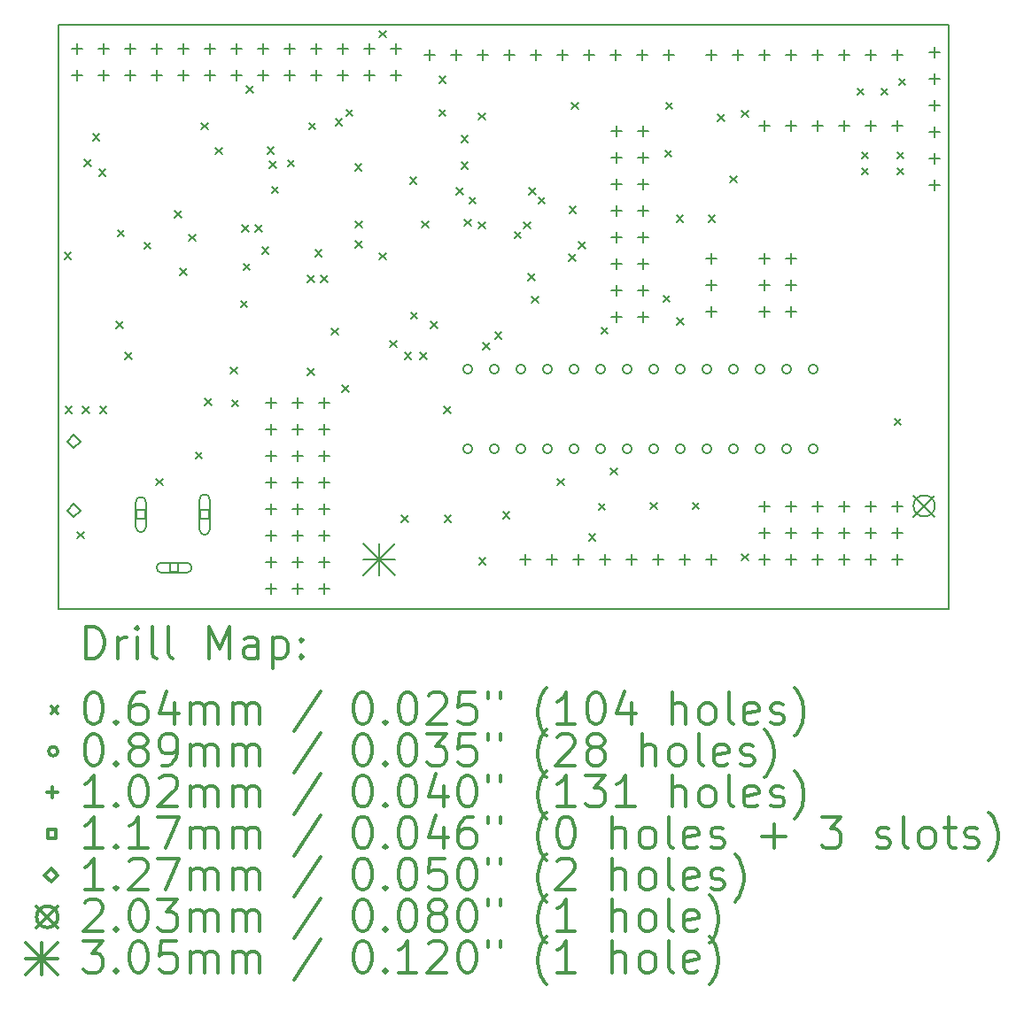
<source format=gbr>
%FSLAX45Y45*%
G04 Gerber Fmt 4.5, Leading zero omitted, Abs format (unit mm)*
G04 Created by KiCad (PCBNEW (after 2015-may-25 BZR unknown)-product) date 31/07/2015 11:08:01 AM*
%MOMM*%
G01*
G04 APERTURE LIST*
%ADD10C,0.127000*%
%ADD11C,0.200000*%
%ADD12C,0.300000*%
G04 APERTURE END LIST*
D10*
X11049000Y-8128000D02*
X11049000Y-2540000D01*
X2540000Y-2540000D02*
X11049000Y-2540000D01*
X11049000Y-8128000D02*
X2540000Y-8128000D01*
X2540000Y-8128000D02*
X2540000Y-2540000D01*
D11*
X2597150Y-4718050D02*
X2660650Y-4781550D01*
X2660650Y-4718050D02*
X2597150Y-4781550D01*
X2603500Y-6191250D02*
X2667000Y-6254750D01*
X2667000Y-6191250D02*
X2603500Y-6254750D01*
X2717800Y-7391400D02*
X2781300Y-7454900D01*
X2781300Y-7391400D02*
X2717800Y-7454900D01*
X2768600Y-6191250D02*
X2832100Y-6254750D01*
X2832100Y-6191250D02*
X2768600Y-6254750D01*
X2788250Y-3830250D02*
X2851750Y-3893750D01*
X2851750Y-3830250D02*
X2788250Y-3893750D01*
X2867250Y-3584250D02*
X2930750Y-3647750D01*
X2930750Y-3584250D02*
X2867250Y-3647750D01*
X2927250Y-3923250D02*
X2990750Y-3986750D01*
X2990750Y-3923250D02*
X2927250Y-3986750D01*
X2933700Y-6191250D02*
X2997200Y-6254750D01*
X2997200Y-6191250D02*
X2933700Y-6254750D01*
X3092450Y-5378450D02*
X3155950Y-5441950D01*
X3155950Y-5378450D02*
X3092450Y-5441950D01*
X3105150Y-4502150D02*
X3168650Y-4565650D01*
X3168650Y-4502150D02*
X3105150Y-4565650D01*
X3175000Y-5676900D02*
X3238500Y-5740400D01*
X3238500Y-5676900D02*
X3175000Y-5740400D01*
X3359150Y-4622800D02*
X3422650Y-4686300D01*
X3422650Y-4622800D02*
X3359150Y-4686300D01*
X3473450Y-6883400D02*
X3536950Y-6946900D01*
X3536950Y-6883400D02*
X3473450Y-6946900D01*
X3650996Y-4320540D02*
X3714496Y-4384040D01*
X3714496Y-4320540D02*
X3650996Y-4384040D01*
X3702050Y-4870450D02*
X3765550Y-4933950D01*
X3765550Y-4870450D02*
X3702050Y-4933950D01*
X3784600Y-4546600D02*
X3848100Y-4610100D01*
X3848100Y-4546600D02*
X3784600Y-4610100D01*
X3848100Y-6629400D02*
X3911600Y-6692900D01*
X3911600Y-6629400D02*
X3848100Y-6692900D01*
X3905250Y-3479800D02*
X3968750Y-3543300D01*
X3968750Y-3479800D02*
X3905250Y-3543300D01*
X3937000Y-6115050D02*
X4000500Y-6178550D01*
X4000500Y-6115050D02*
X3937000Y-6178550D01*
X4038250Y-3715250D02*
X4101750Y-3778750D01*
X4101750Y-3715250D02*
X4038250Y-3778750D01*
X4184650Y-5816600D02*
X4248150Y-5880100D01*
X4248150Y-5816600D02*
X4184650Y-5880100D01*
X4197350Y-6127750D02*
X4260850Y-6191250D01*
X4260850Y-6127750D02*
X4197350Y-6191250D01*
X4279900Y-5181600D02*
X4343400Y-5245100D01*
X4343400Y-5181600D02*
X4279900Y-5245100D01*
X4292600Y-4457700D02*
X4356100Y-4521200D01*
X4356100Y-4457700D02*
X4292600Y-4521200D01*
X4305300Y-4826000D02*
X4368800Y-4889500D01*
X4368800Y-4826000D02*
X4305300Y-4889500D01*
X4336250Y-3129250D02*
X4399750Y-3192750D01*
X4399750Y-3129250D02*
X4336250Y-3192750D01*
X4419600Y-4457700D02*
X4483100Y-4521200D01*
X4483100Y-4457700D02*
X4419600Y-4521200D01*
X4483100Y-4667250D02*
X4546600Y-4730750D01*
X4546600Y-4667250D02*
X4483100Y-4730750D01*
X4537250Y-3712250D02*
X4600750Y-3775750D01*
X4600750Y-3712250D02*
X4537250Y-3775750D01*
X4558250Y-3849250D02*
X4621750Y-3912750D01*
X4621750Y-3849250D02*
X4558250Y-3912750D01*
X4578350Y-4089400D02*
X4641850Y-4152900D01*
X4641850Y-4089400D02*
X4578350Y-4152900D01*
X4730750Y-3835400D02*
X4794250Y-3898900D01*
X4794250Y-3835400D02*
X4730750Y-3898900D01*
X4921250Y-4940300D02*
X4984750Y-5003800D01*
X4984750Y-4940300D02*
X4921250Y-5003800D01*
X4921250Y-5829300D02*
X4984750Y-5892800D01*
X4984750Y-5829300D02*
X4921250Y-5892800D01*
X4933950Y-3479800D02*
X4997450Y-3543300D01*
X4997450Y-3479800D02*
X4933950Y-3543300D01*
X4991100Y-4692650D02*
X5054600Y-4756150D01*
X5054600Y-4692650D02*
X4991100Y-4756150D01*
X5048250Y-4940300D02*
X5111750Y-5003800D01*
X5111750Y-4940300D02*
X5048250Y-5003800D01*
X5149850Y-5441950D02*
X5213350Y-5505450D01*
X5213350Y-5441950D02*
X5149850Y-5505450D01*
X5187950Y-3441700D02*
X5251450Y-3505200D01*
X5251450Y-3441700D02*
X5187950Y-3505200D01*
X5251450Y-5988050D02*
X5314950Y-6051550D01*
X5314950Y-5988050D02*
X5251450Y-6051550D01*
X5289550Y-3352800D02*
X5353050Y-3416300D01*
X5353050Y-3352800D02*
X5289550Y-3416300D01*
X5372100Y-3873500D02*
X5435600Y-3937000D01*
X5435600Y-3873500D02*
X5372100Y-3937000D01*
X5378450Y-4419600D02*
X5441950Y-4483100D01*
X5441950Y-4419600D02*
X5378450Y-4483100D01*
X5378450Y-4610100D02*
X5441950Y-4673600D01*
X5441950Y-4610100D02*
X5378450Y-4673600D01*
X5607050Y-2597150D02*
X5670550Y-2660650D01*
X5670550Y-2597150D02*
X5607050Y-2660650D01*
X5607050Y-4724400D02*
X5670550Y-4787900D01*
X5670550Y-4724400D02*
X5607050Y-4787900D01*
X5708650Y-5562600D02*
X5772150Y-5626100D01*
X5772150Y-5562600D02*
X5708650Y-5626100D01*
X5816600Y-7232650D02*
X5880100Y-7296150D01*
X5880100Y-7232650D02*
X5816600Y-7296150D01*
X5848350Y-5676900D02*
X5911850Y-5740400D01*
X5911850Y-5676900D02*
X5848350Y-5740400D01*
X5899150Y-4000500D02*
X5962650Y-4064000D01*
X5962650Y-4000500D02*
X5899150Y-4064000D01*
X5905500Y-5289550D02*
X5969000Y-5353050D01*
X5969000Y-5289550D02*
X5905500Y-5353050D01*
X5994400Y-5676900D02*
X6057900Y-5740400D01*
X6057900Y-5676900D02*
X5994400Y-5740400D01*
X6013450Y-4419600D02*
X6076950Y-4483100D01*
X6076950Y-4419600D02*
X6013450Y-4483100D01*
X6096000Y-5378450D02*
X6159500Y-5441950D01*
X6159500Y-5378450D02*
X6096000Y-5441950D01*
X6178550Y-3035300D02*
X6242050Y-3098800D01*
X6242050Y-3035300D02*
X6178550Y-3098800D01*
X6178550Y-3352800D02*
X6242050Y-3416300D01*
X6242050Y-3352800D02*
X6178550Y-3416300D01*
X6223000Y-6191250D02*
X6286500Y-6254750D01*
X6286500Y-6191250D02*
X6223000Y-6254750D01*
X6229350Y-7232650D02*
X6292850Y-7296150D01*
X6292850Y-7232650D02*
X6229350Y-7296150D01*
X6343650Y-4102100D02*
X6407150Y-4165600D01*
X6407150Y-4102100D02*
X6343650Y-4165600D01*
X6388100Y-3600450D02*
X6451600Y-3663950D01*
X6451600Y-3600450D02*
X6388100Y-3663950D01*
X6388100Y-3854450D02*
X6451600Y-3917950D01*
X6451600Y-3854450D02*
X6388100Y-3917950D01*
X6419850Y-4400550D02*
X6483350Y-4464050D01*
X6483350Y-4400550D02*
X6419850Y-4464050D01*
X6464300Y-4191000D02*
X6527800Y-4254500D01*
X6527800Y-4191000D02*
X6464300Y-4254500D01*
X6553200Y-3384550D02*
X6616700Y-3448050D01*
X6616700Y-3384550D02*
X6553200Y-3448050D01*
X6553200Y-4425950D02*
X6616700Y-4489450D01*
X6616700Y-4425950D02*
X6553200Y-4489450D01*
X6559550Y-7639050D02*
X6623050Y-7702550D01*
X6623050Y-7639050D02*
X6559550Y-7702550D01*
X6597650Y-5581650D02*
X6661150Y-5645150D01*
X6661150Y-5581650D02*
X6597650Y-5645150D01*
X6711950Y-5480050D02*
X6775450Y-5543550D01*
X6775450Y-5480050D02*
X6711950Y-5543550D01*
X6788150Y-7200900D02*
X6851650Y-7264400D01*
X6851650Y-7200900D02*
X6788150Y-7264400D01*
X6896100Y-4521200D02*
X6959600Y-4584700D01*
X6959600Y-4521200D02*
X6896100Y-4584700D01*
X6985000Y-4425950D02*
X7048500Y-4489450D01*
X7048500Y-4425950D02*
X6985000Y-4489450D01*
X7029450Y-4921250D02*
X7092950Y-4984750D01*
X7092950Y-4921250D02*
X7029450Y-4984750D01*
X7035800Y-4102100D02*
X7099300Y-4165600D01*
X7099300Y-4102100D02*
X7035800Y-4165600D01*
X7061200Y-5137150D02*
X7124700Y-5200650D01*
X7124700Y-5137150D02*
X7061200Y-5200650D01*
X7124700Y-4191000D02*
X7188200Y-4254500D01*
X7188200Y-4191000D02*
X7124700Y-4254500D01*
X7308850Y-6883400D02*
X7372350Y-6946900D01*
X7372350Y-6883400D02*
X7308850Y-6946900D01*
X7416800Y-4737100D02*
X7480300Y-4800600D01*
X7480300Y-4737100D02*
X7416800Y-4800600D01*
X7423150Y-4279900D02*
X7486650Y-4343400D01*
X7486650Y-4279900D02*
X7423150Y-4343400D01*
X7442200Y-3282950D02*
X7505700Y-3346450D01*
X7505700Y-3282950D02*
X7442200Y-3346450D01*
X7512050Y-4616450D02*
X7575550Y-4679950D01*
X7575550Y-4616450D02*
X7512050Y-4679950D01*
X7607300Y-7410450D02*
X7670800Y-7473950D01*
X7670800Y-7410450D02*
X7607300Y-7473950D01*
X7702550Y-7118350D02*
X7766050Y-7181850D01*
X7766050Y-7118350D02*
X7702550Y-7181850D01*
X7727950Y-5435600D02*
X7791450Y-5499100D01*
X7791450Y-5435600D02*
X7727950Y-5499100D01*
X7816850Y-6781800D02*
X7880350Y-6845300D01*
X7880350Y-6781800D02*
X7816850Y-6845300D01*
X8197850Y-7112000D02*
X8261350Y-7175500D01*
X8261350Y-7112000D02*
X8197850Y-7175500D01*
X8318500Y-5130800D02*
X8382000Y-5194300D01*
X8382000Y-5130800D02*
X8318500Y-5194300D01*
X8337550Y-3740150D02*
X8401050Y-3803650D01*
X8401050Y-3740150D02*
X8337550Y-3803650D01*
X8343900Y-3282950D02*
X8407400Y-3346450D01*
X8407400Y-3282950D02*
X8343900Y-3346450D01*
X8445500Y-4362450D02*
X8509000Y-4425950D01*
X8509000Y-4362450D02*
X8445500Y-4425950D01*
X8451850Y-5346700D02*
X8515350Y-5410200D01*
X8515350Y-5346700D02*
X8451850Y-5410200D01*
X8597900Y-7112000D02*
X8661400Y-7175500D01*
X8661400Y-7112000D02*
X8597900Y-7175500D01*
X8750300Y-4362450D02*
X8813800Y-4425950D01*
X8813800Y-4362450D02*
X8750300Y-4425950D01*
X8839200Y-3397250D02*
X8902700Y-3460750D01*
X8902700Y-3397250D02*
X8839200Y-3460750D01*
X8959850Y-3987800D02*
X9023350Y-4051300D01*
X9023350Y-3987800D02*
X8959850Y-4051300D01*
X9067800Y-3359150D02*
X9131300Y-3422650D01*
X9131300Y-3359150D02*
X9067800Y-3422650D01*
X9067800Y-7600950D02*
X9131300Y-7664450D01*
X9131300Y-7600950D02*
X9067800Y-7664450D01*
X10172700Y-3149600D02*
X10236200Y-3213100D01*
X10236200Y-3149600D02*
X10172700Y-3213100D01*
X10217150Y-3759200D02*
X10280650Y-3822700D01*
X10280650Y-3759200D02*
X10217150Y-3822700D01*
X10217150Y-3911600D02*
X10280650Y-3975100D01*
X10280650Y-3911600D02*
X10217150Y-3975100D01*
X10401300Y-3149600D02*
X10464800Y-3213100D01*
X10464800Y-3149600D02*
X10401300Y-3213100D01*
X10528300Y-6305550D02*
X10591800Y-6369050D01*
X10591800Y-6305550D02*
X10528300Y-6369050D01*
X10553700Y-3759200D02*
X10617200Y-3822700D01*
X10617200Y-3759200D02*
X10553700Y-3822700D01*
X10553700Y-3911600D02*
X10617200Y-3975100D01*
X10617200Y-3911600D02*
X10553700Y-3975100D01*
X10572750Y-3054350D02*
X10636250Y-3117850D01*
X10636250Y-3054350D02*
X10572750Y-3117850D01*
X6496050Y-5835650D02*
G75*
G03X6496050Y-5835650I-44450J0D01*
G01*
X6496050Y-6597650D02*
G75*
G03X6496050Y-6597650I-44450J0D01*
G01*
X6750050Y-5835650D02*
G75*
G03X6750050Y-5835650I-44450J0D01*
G01*
X6750050Y-6597650D02*
G75*
G03X6750050Y-6597650I-44450J0D01*
G01*
X7004050Y-5835650D02*
G75*
G03X7004050Y-5835650I-44450J0D01*
G01*
X7004050Y-6597650D02*
G75*
G03X7004050Y-6597650I-44450J0D01*
G01*
X7258050Y-5835650D02*
G75*
G03X7258050Y-5835650I-44450J0D01*
G01*
X7258050Y-6597650D02*
G75*
G03X7258050Y-6597650I-44450J0D01*
G01*
X7512050Y-5835650D02*
G75*
G03X7512050Y-5835650I-44450J0D01*
G01*
X7512050Y-6597650D02*
G75*
G03X7512050Y-6597650I-44450J0D01*
G01*
X7766050Y-5835650D02*
G75*
G03X7766050Y-5835650I-44450J0D01*
G01*
X7766050Y-6597650D02*
G75*
G03X7766050Y-6597650I-44450J0D01*
G01*
X8020050Y-5835650D02*
G75*
G03X8020050Y-5835650I-44450J0D01*
G01*
X8020050Y-6597650D02*
G75*
G03X8020050Y-6597650I-44450J0D01*
G01*
X8274050Y-5835650D02*
G75*
G03X8274050Y-5835650I-44450J0D01*
G01*
X8274050Y-6597650D02*
G75*
G03X8274050Y-6597650I-44450J0D01*
G01*
X8528050Y-5835650D02*
G75*
G03X8528050Y-5835650I-44450J0D01*
G01*
X8528050Y-6597650D02*
G75*
G03X8528050Y-6597650I-44450J0D01*
G01*
X8782050Y-5835650D02*
G75*
G03X8782050Y-5835650I-44450J0D01*
G01*
X8782050Y-6597650D02*
G75*
G03X8782050Y-6597650I-44450J0D01*
G01*
X9036050Y-5835650D02*
G75*
G03X9036050Y-5835650I-44450J0D01*
G01*
X9036050Y-6597650D02*
G75*
G03X9036050Y-6597650I-44450J0D01*
G01*
X9290050Y-5835650D02*
G75*
G03X9290050Y-5835650I-44450J0D01*
G01*
X9290050Y-6597650D02*
G75*
G03X9290050Y-6597650I-44450J0D01*
G01*
X9544050Y-5835650D02*
G75*
G03X9544050Y-5835650I-44450J0D01*
G01*
X9544050Y-6597650D02*
G75*
G03X9544050Y-6597650I-44450J0D01*
G01*
X9798050Y-5835650D02*
G75*
G03X9798050Y-5835650I-44450J0D01*
G01*
X9798050Y-6597650D02*
G75*
G03X9798050Y-6597650I-44450J0D01*
G01*
X2717800Y-2717800D02*
X2717800Y-2819400D01*
X2667000Y-2768600D02*
X2768600Y-2768600D01*
X2717800Y-2971800D02*
X2717800Y-3073400D01*
X2667000Y-3022600D02*
X2768600Y-3022600D01*
X2971800Y-2717800D02*
X2971800Y-2819400D01*
X2921000Y-2768600D02*
X3022600Y-2768600D01*
X2971800Y-2971800D02*
X2971800Y-3073400D01*
X2921000Y-3022600D02*
X3022600Y-3022600D01*
X3225800Y-2717800D02*
X3225800Y-2819400D01*
X3175000Y-2768600D02*
X3276600Y-2768600D01*
X3225800Y-2971800D02*
X3225800Y-3073400D01*
X3175000Y-3022600D02*
X3276600Y-3022600D01*
X3479800Y-2717800D02*
X3479800Y-2819400D01*
X3429000Y-2768600D02*
X3530600Y-2768600D01*
X3479800Y-2971800D02*
X3479800Y-3073400D01*
X3429000Y-3022600D02*
X3530600Y-3022600D01*
X3733800Y-2717800D02*
X3733800Y-2819400D01*
X3683000Y-2768600D02*
X3784600Y-2768600D01*
X3733800Y-2971800D02*
X3733800Y-3073400D01*
X3683000Y-3022600D02*
X3784600Y-3022600D01*
X3987800Y-2717800D02*
X3987800Y-2819400D01*
X3937000Y-2768600D02*
X4038600Y-2768600D01*
X3987800Y-2971800D02*
X3987800Y-3073400D01*
X3937000Y-3022600D02*
X4038600Y-3022600D01*
X4241800Y-2717800D02*
X4241800Y-2819400D01*
X4191000Y-2768600D02*
X4292600Y-2768600D01*
X4241800Y-2971800D02*
X4241800Y-3073400D01*
X4191000Y-3022600D02*
X4292600Y-3022600D01*
X4495800Y-2717800D02*
X4495800Y-2819400D01*
X4445000Y-2768600D02*
X4546600Y-2768600D01*
X4495800Y-2971800D02*
X4495800Y-3073400D01*
X4445000Y-3022600D02*
X4546600Y-3022600D01*
X4572000Y-6108700D02*
X4572000Y-6210300D01*
X4521200Y-6159500D02*
X4622800Y-6159500D01*
X4572000Y-6362700D02*
X4572000Y-6464300D01*
X4521200Y-6413500D02*
X4622800Y-6413500D01*
X4572000Y-6616700D02*
X4572000Y-6718300D01*
X4521200Y-6667500D02*
X4622800Y-6667500D01*
X4572000Y-6870700D02*
X4572000Y-6972300D01*
X4521200Y-6921500D02*
X4622800Y-6921500D01*
X4572000Y-7124700D02*
X4572000Y-7226300D01*
X4521200Y-7175500D02*
X4622800Y-7175500D01*
X4572000Y-7378700D02*
X4572000Y-7480300D01*
X4521200Y-7429500D02*
X4622800Y-7429500D01*
X4572000Y-7632700D02*
X4572000Y-7734300D01*
X4521200Y-7683500D02*
X4622800Y-7683500D01*
X4572000Y-7886700D02*
X4572000Y-7988300D01*
X4521200Y-7937500D02*
X4622800Y-7937500D01*
X4749800Y-2717800D02*
X4749800Y-2819400D01*
X4699000Y-2768600D02*
X4800600Y-2768600D01*
X4749800Y-2971800D02*
X4749800Y-3073400D01*
X4699000Y-3022600D02*
X4800600Y-3022600D01*
X4826000Y-6108700D02*
X4826000Y-6210300D01*
X4775200Y-6159500D02*
X4876800Y-6159500D01*
X4826000Y-6362700D02*
X4826000Y-6464300D01*
X4775200Y-6413500D02*
X4876800Y-6413500D01*
X4826000Y-6616700D02*
X4826000Y-6718300D01*
X4775200Y-6667500D02*
X4876800Y-6667500D01*
X4826000Y-6870700D02*
X4826000Y-6972300D01*
X4775200Y-6921500D02*
X4876800Y-6921500D01*
X4826000Y-7124700D02*
X4826000Y-7226300D01*
X4775200Y-7175500D02*
X4876800Y-7175500D01*
X4826000Y-7378700D02*
X4826000Y-7480300D01*
X4775200Y-7429500D02*
X4876800Y-7429500D01*
X4826000Y-7632700D02*
X4826000Y-7734300D01*
X4775200Y-7683500D02*
X4876800Y-7683500D01*
X4826000Y-7886700D02*
X4826000Y-7988300D01*
X4775200Y-7937500D02*
X4876800Y-7937500D01*
X5003800Y-2717800D02*
X5003800Y-2819400D01*
X4953000Y-2768600D02*
X5054600Y-2768600D01*
X5003800Y-2971800D02*
X5003800Y-3073400D01*
X4953000Y-3022600D02*
X5054600Y-3022600D01*
X5080000Y-6108700D02*
X5080000Y-6210300D01*
X5029200Y-6159500D02*
X5130800Y-6159500D01*
X5080000Y-6362700D02*
X5080000Y-6464300D01*
X5029200Y-6413500D02*
X5130800Y-6413500D01*
X5080000Y-6616700D02*
X5080000Y-6718300D01*
X5029200Y-6667500D02*
X5130800Y-6667500D01*
X5080000Y-6870700D02*
X5080000Y-6972300D01*
X5029200Y-6921500D02*
X5130800Y-6921500D01*
X5080000Y-7124700D02*
X5080000Y-7226300D01*
X5029200Y-7175500D02*
X5130800Y-7175500D01*
X5080000Y-7378700D02*
X5080000Y-7480300D01*
X5029200Y-7429500D02*
X5130800Y-7429500D01*
X5080000Y-7632700D02*
X5080000Y-7734300D01*
X5029200Y-7683500D02*
X5130800Y-7683500D01*
X5080000Y-7886700D02*
X5080000Y-7988300D01*
X5029200Y-7937500D02*
X5130800Y-7937500D01*
X5257800Y-2717800D02*
X5257800Y-2819400D01*
X5207000Y-2768600D02*
X5308600Y-2768600D01*
X5257800Y-2971800D02*
X5257800Y-3073400D01*
X5207000Y-3022600D02*
X5308600Y-3022600D01*
X5511800Y-2717800D02*
X5511800Y-2819400D01*
X5461000Y-2768600D02*
X5562600Y-2768600D01*
X5511800Y-2971800D02*
X5511800Y-3073400D01*
X5461000Y-3022600D02*
X5562600Y-3022600D01*
X5765800Y-2717800D02*
X5765800Y-2819400D01*
X5715000Y-2768600D02*
X5816600Y-2768600D01*
X5765800Y-2971800D02*
X5765800Y-3073400D01*
X5715000Y-3022600D02*
X5816600Y-3022600D01*
X6089650Y-2774950D02*
X6089650Y-2876550D01*
X6038850Y-2825750D02*
X6140450Y-2825750D01*
X6343650Y-2774950D02*
X6343650Y-2876550D01*
X6292850Y-2825750D02*
X6394450Y-2825750D01*
X6597650Y-2774950D02*
X6597650Y-2876550D01*
X6546850Y-2825750D02*
X6648450Y-2825750D01*
X6851650Y-2774950D02*
X6851650Y-2876550D01*
X6800850Y-2825750D02*
X6902450Y-2825750D01*
X7004050Y-7600950D02*
X7004050Y-7702550D01*
X6953250Y-7651750D02*
X7054850Y-7651750D01*
X7105650Y-2774950D02*
X7105650Y-2876550D01*
X7054850Y-2825750D02*
X7156450Y-2825750D01*
X7258050Y-7600950D02*
X7258050Y-7702550D01*
X7207250Y-7651750D02*
X7308850Y-7651750D01*
X7359650Y-2774950D02*
X7359650Y-2876550D01*
X7308850Y-2825750D02*
X7410450Y-2825750D01*
X7512050Y-7600950D02*
X7512050Y-7702550D01*
X7461250Y-7651750D02*
X7562850Y-7651750D01*
X7613650Y-2774950D02*
X7613650Y-2876550D01*
X7562850Y-2825750D02*
X7664450Y-2825750D01*
X7766050Y-7600950D02*
X7766050Y-7702550D01*
X7715250Y-7651750D02*
X7816850Y-7651750D01*
X7867650Y-2774950D02*
X7867650Y-2876550D01*
X7816850Y-2825750D02*
X7918450Y-2825750D01*
X7874000Y-3505200D02*
X7874000Y-3606800D01*
X7823200Y-3556000D02*
X7924800Y-3556000D01*
X7874000Y-3759200D02*
X7874000Y-3860800D01*
X7823200Y-3810000D02*
X7924800Y-3810000D01*
X7874000Y-4013200D02*
X7874000Y-4114800D01*
X7823200Y-4064000D02*
X7924800Y-4064000D01*
X7874000Y-4267200D02*
X7874000Y-4368800D01*
X7823200Y-4318000D02*
X7924800Y-4318000D01*
X7874000Y-4521200D02*
X7874000Y-4622800D01*
X7823200Y-4572000D02*
X7924800Y-4572000D01*
X7874000Y-4775200D02*
X7874000Y-4876800D01*
X7823200Y-4826000D02*
X7924800Y-4826000D01*
X7874000Y-5029200D02*
X7874000Y-5130800D01*
X7823200Y-5080000D02*
X7924800Y-5080000D01*
X7874000Y-5283200D02*
X7874000Y-5384800D01*
X7823200Y-5334000D02*
X7924800Y-5334000D01*
X8020050Y-7600950D02*
X8020050Y-7702550D01*
X7969250Y-7651750D02*
X8070850Y-7651750D01*
X8121650Y-2774950D02*
X8121650Y-2876550D01*
X8070850Y-2825750D02*
X8172450Y-2825750D01*
X8128000Y-3505200D02*
X8128000Y-3606800D01*
X8077200Y-3556000D02*
X8178800Y-3556000D01*
X8128000Y-3759200D02*
X8128000Y-3860800D01*
X8077200Y-3810000D02*
X8178800Y-3810000D01*
X8128000Y-4013200D02*
X8128000Y-4114800D01*
X8077200Y-4064000D02*
X8178800Y-4064000D01*
X8128000Y-4267200D02*
X8128000Y-4368800D01*
X8077200Y-4318000D02*
X8178800Y-4318000D01*
X8128000Y-4521200D02*
X8128000Y-4622800D01*
X8077200Y-4572000D02*
X8178800Y-4572000D01*
X8128000Y-4775200D02*
X8128000Y-4876800D01*
X8077200Y-4826000D02*
X8178800Y-4826000D01*
X8128000Y-5029200D02*
X8128000Y-5130800D01*
X8077200Y-5080000D02*
X8178800Y-5080000D01*
X8128000Y-5283200D02*
X8128000Y-5384800D01*
X8077200Y-5334000D02*
X8178800Y-5334000D01*
X8274050Y-7600950D02*
X8274050Y-7702550D01*
X8223250Y-7651750D02*
X8324850Y-7651750D01*
X8375650Y-2774950D02*
X8375650Y-2876550D01*
X8324850Y-2825750D02*
X8426450Y-2825750D01*
X8528050Y-7600950D02*
X8528050Y-7702550D01*
X8477250Y-7651750D02*
X8578850Y-7651750D01*
X8782050Y-2774950D02*
X8782050Y-2876550D01*
X8731250Y-2825750D02*
X8832850Y-2825750D01*
X8782050Y-4724400D02*
X8782050Y-4826000D01*
X8731250Y-4775200D02*
X8832850Y-4775200D01*
X8782050Y-4978400D02*
X8782050Y-5080000D01*
X8731250Y-5029200D02*
X8832850Y-5029200D01*
X8782050Y-5232400D02*
X8782050Y-5334000D01*
X8731250Y-5283200D02*
X8832850Y-5283200D01*
X8782050Y-7600950D02*
X8782050Y-7702550D01*
X8731250Y-7651750D02*
X8832850Y-7651750D01*
X9036050Y-2774950D02*
X9036050Y-2876550D01*
X8985250Y-2825750D02*
X9086850Y-2825750D01*
X9290050Y-2774950D02*
X9290050Y-2876550D01*
X9239250Y-2825750D02*
X9340850Y-2825750D01*
X9290050Y-3454400D02*
X9290050Y-3556000D01*
X9239250Y-3505200D02*
X9340850Y-3505200D01*
X9290050Y-4724400D02*
X9290050Y-4826000D01*
X9239250Y-4775200D02*
X9340850Y-4775200D01*
X9290050Y-4978400D02*
X9290050Y-5080000D01*
X9239250Y-5029200D02*
X9340850Y-5029200D01*
X9290050Y-5232400D02*
X9290050Y-5334000D01*
X9239250Y-5283200D02*
X9340850Y-5283200D01*
X9290050Y-7092950D02*
X9290050Y-7194550D01*
X9239250Y-7143750D02*
X9340850Y-7143750D01*
X9290050Y-7346950D02*
X9290050Y-7448550D01*
X9239250Y-7397750D02*
X9340850Y-7397750D01*
X9290050Y-7600950D02*
X9290050Y-7702550D01*
X9239250Y-7651750D02*
X9340850Y-7651750D01*
X9544050Y-2774950D02*
X9544050Y-2876550D01*
X9493250Y-2825750D02*
X9594850Y-2825750D01*
X9544050Y-3454400D02*
X9544050Y-3556000D01*
X9493250Y-3505200D02*
X9594850Y-3505200D01*
X9544050Y-4724400D02*
X9544050Y-4826000D01*
X9493250Y-4775200D02*
X9594850Y-4775200D01*
X9544050Y-4978400D02*
X9544050Y-5080000D01*
X9493250Y-5029200D02*
X9594850Y-5029200D01*
X9544050Y-5232400D02*
X9544050Y-5334000D01*
X9493250Y-5283200D02*
X9594850Y-5283200D01*
X9544050Y-7092950D02*
X9544050Y-7194550D01*
X9493250Y-7143750D02*
X9594850Y-7143750D01*
X9544050Y-7346950D02*
X9544050Y-7448550D01*
X9493250Y-7397750D02*
X9594850Y-7397750D01*
X9544050Y-7600950D02*
X9544050Y-7702550D01*
X9493250Y-7651750D02*
X9594850Y-7651750D01*
X9798050Y-2774950D02*
X9798050Y-2876550D01*
X9747250Y-2825750D02*
X9848850Y-2825750D01*
X9798050Y-3454400D02*
X9798050Y-3556000D01*
X9747250Y-3505200D02*
X9848850Y-3505200D01*
X9798050Y-7092950D02*
X9798050Y-7194550D01*
X9747250Y-7143750D02*
X9848850Y-7143750D01*
X9798050Y-7346950D02*
X9798050Y-7448550D01*
X9747250Y-7397750D02*
X9848850Y-7397750D01*
X9798050Y-7600950D02*
X9798050Y-7702550D01*
X9747250Y-7651750D02*
X9848850Y-7651750D01*
X10052050Y-2774950D02*
X10052050Y-2876550D01*
X10001250Y-2825750D02*
X10102850Y-2825750D01*
X10052050Y-3454400D02*
X10052050Y-3556000D01*
X10001250Y-3505200D02*
X10102850Y-3505200D01*
X10052050Y-7092950D02*
X10052050Y-7194550D01*
X10001250Y-7143750D02*
X10102850Y-7143750D01*
X10052050Y-7346950D02*
X10052050Y-7448550D01*
X10001250Y-7397750D02*
X10102850Y-7397750D01*
X10052050Y-7600950D02*
X10052050Y-7702550D01*
X10001250Y-7651750D02*
X10102850Y-7651750D01*
X10306050Y-2774950D02*
X10306050Y-2876550D01*
X10255250Y-2825750D02*
X10356850Y-2825750D01*
X10306050Y-3454400D02*
X10306050Y-3556000D01*
X10255250Y-3505200D02*
X10356850Y-3505200D01*
X10306050Y-7092950D02*
X10306050Y-7194550D01*
X10255250Y-7143750D02*
X10356850Y-7143750D01*
X10306050Y-7346950D02*
X10306050Y-7448550D01*
X10255250Y-7397750D02*
X10356850Y-7397750D01*
X10306050Y-7600950D02*
X10306050Y-7702550D01*
X10255250Y-7651750D02*
X10356850Y-7651750D01*
X10560050Y-2774950D02*
X10560050Y-2876550D01*
X10509250Y-2825750D02*
X10610850Y-2825750D01*
X10560050Y-3454400D02*
X10560050Y-3556000D01*
X10509250Y-3505200D02*
X10610850Y-3505200D01*
X10560050Y-7092950D02*
X10560050Y-7194550D01*
X10509250Y-7143750D02*
X10610850Y-7143750D01*
X10560050Y-7346950D02*
X10560050Y-7448550D01*
X10509250Y-7397750D02*
X10610850Y-7397750D01*
X10560050Y-7600950D02*
X10560050Y-7702550D01*
X10509250Y-7651750D02*
X10610850Y-7651750D01*
X10909300Y-2755900D02*
X10909300Y-2857500D01*
X10858500Y-2806700D02*
X10960100Y-2806700D01*
X10909300Y-3009900D02*
X10909300Y-3111500D01*
X10858500Y-3060700D02*
X10960100Y-3060700D01*
X10909300Y-3263900D02*
X10909300Y-3365500D01*
X10858500Y-3314700D02*
X10960100Y-3314700D01*
X10909300Y-3517900D02*
X10909300Y-3619500D01*
X10858500Y-3568700D02*
X10960100Y-3568700D01*
X10909300Y-3771900D02*
X10909300Y-3873500D01*
X10858500Y-3822700D02*
X10960100Y-3822700D01*
X10909300Y-4025900D02*
X10909300Y-4127500D01*
X10858500Y-4076700D02*
X10960100Y-4076700D01*
X3368710Y-7267610D02*
X3368710Y-7184990D01*
X3286090Y-7184990D01*
X3286090Y-7267610D01*
X3368710Y-7267610D01*
X3278980Y-7106920D02*
X3278980Y-7345680D01*
X3375820Y-7106920D02*
X3375820Y-7345680D01*
X3278980Y-7345680D02*
G75*
G03X3375820Y-7345680I48420J0D01*
G01*
X3375820Y-7106920D02*
G75*
G03X3278980Y-7106920I-48420J0D01*
G01*
X3686210Y-7775610D02*
X3686210Y-7692990D01*
X3603590Y-7692990D01*
X3603590Y-7775610D01*
X3686210Y-7775610D01*
X3525520Y-7782720D02*
X3764280Y-7782720D01*
X3525520Y-7685880D02*
X3764280Y-7685880D01*
X3764280Y-7782720D02*
G75*
G03X3764280Y-7685880I0J48420D01*
G01*
X3525520Y-7685880D02*
G75*
G03X3525520Y-7782720I0J-48420D01*
G01*
X3978310Y-7267610D02*
X3978310Y-7184990D01*
X3895690Y-7184990D01*
X3895690Y-7267610D01*
X3978310Y-7267610D01*
X3888580Y-7081520D02*
X3888580Y-7371080D01*
X3985420Y-7081520D02*
X3985420Y-7371080D01*
X3888580Y-7371080D02*
G75*
G03X3985420Y-7371080I48420J0D01*
G01*
X3985420Y-7081520D02*
G75*
G03X3888580Y-7081520I-48420J0D01*
G01*
X2686050Y-6591300D02*
X2749550Y-6527800D01*
X2686050Y-6464300D01*
X2622550Y-6527800D01*
X2686050Y-6591300D01*
X2686050Y-7251700D02*
X2749550Y-7188200D01*
X2686050Y-7124700D01*
X2622550Y-7188200D01*
X2686050Y-7251700D01*
X10712450Y-7042150D02*
X10915650Y-7245350D01*
X10915650Y-7042150D02*
X10712450Y-7245350D01*
X10915650Y-7143750D02*
G75*
G03X10915650Y-7143750I-101600J0D01*
G01*
X5454650Y-7499350D02*
X5759450Y-7804150D01*
X5759450Y-7499350D02*
X5454650Y-7804150D01*
X5607050Y-7499350D02*
X5607050Y-7804150D01*
X5454650Y-7651750D02*
X5759450Y-7651750D01*
D12*
X2805078Y-8600064D02*
X2805078Y-8300064D01*
X2876507Y-8300064D01*
X2919364Y-8314350D01*
X2947936Y-8342921D01*
X2962221Y-8371493D01*
X2976507Y-8428636D01*
X2976507Y-8471493D01*
X2962221Y-8528636D01*
X2947936Y-8557207D01*
X2919364Y-8585779D01*
X2876507Y-8600064D01*
X2805078Y-8600064D01*
X3105078Y-8600064D02*
X3105078Y-8400064D01*
X3105078Y-8457207D02*
X3119364Y-8428636D01*
X3133650Y-8414350D01*
X3162221Y-8400064D01*
X3190793Y-8400064D01*
X3290793Y-8600064D02*
X3290793Y-8400064D01*
X3290793Y-8300064D02*
X3276507Y-8314350D01*
X3290793Y-8328636D01*
X3305078Y-8314350D01*
X3290793Y-8300064D01*
X3290793Y-8328636D01*
X3476507Y-8600064D02*
X3447936Y-8585779D01*
X3433650Y-8557207D01*
X3433650Y-8300064D01*
X3633650Y-8600064D02*
X3605078Y-8585779D01*
X3590793Y-8557207D01*
X3590793Y-8300064D01*
X3976507Y-8600064D02*
X3976507Y-8300064D01*
X4076507Y-8514350D01*
X4176507Y-8300064D01*
X4176507Y-8600064D01*
X4447936Y-8600064D02*
X4447936Y-8442922D01*
X4433650Y-8414350D01*
X4405079Y-8400064D01*
X4347936Y-8400064D01*
X4319364Y-8414350D01*
X4447936Y-8585779D02*
X4419364Y-8600064D01*
X4347936Y-8600064D01*
X4319364Y-8585779D01*
X4305079Y-8557207D01*
X4305079Y-8528636D01*
X4319364Y-8500064D01*
X4347936Y-8485779D01*
X4419364Y-8485779D01*
X4447936Y-8471493D01*
X4590793Y-8400064D02*
X4590793Y-8700064D01*
X4590793Y-8414350D02*
X4619364Y-8400064D01*
X4676507Y-8400064D01*
X4705079Y-8414350D01*
X4719364Y-8428636D01*
X4733650Y-8457207D01*
X4733650Y-8542922D01*
X4719364Y-8571493D01*
X4705079Y-8585779D01*
X4676507Y-8600064D01*
X4619364Y-8600064D01*
X4590793Y-8585779D01*
X4862221Y-8571493D02*
X4876507Y-8585779D01*
X4862221Y-8600064D01*
X4847936Y-8585779D01*
X4862221Y-8571493D01*
X4862221Y-8600064D01*
X4862221Y-8414350D02*
X4876507Y-8428636D01*
X4862221Y-8442922D01*
X4847936Y-8428636D01*
X4862221Y-8414350D01*
X4862221Y-8442922D01*
X2470150Y-9062600D02*
X2533650Y-9126100D01*
X2533650Y-9062600D02*
X2470150Y-9126100D01*
X2862221Y-8930064D02*
X2890793Y-8930064D01*
X2919364Y-8944350D01*
X2933650Y-8958636D01*
X2947936Y-8987207D01*
X2962221Y-9044350D01*
X2962221Y-9115779D01*
X2947936Y-9172922D01*
X2933650Y-9201493D01*
X2919364Y-9215779D01*
X2890793Y-9230064D01*
X2862221Y-9230064D01*
X2833650Y-9215779D01*
X2819364Y-9201493D01*
X2805078Y-9172922D01*
X2790793Y-9115779D01*
X2790793Y-9044350D01*
X2805078Y-8987207D01*
X2819364Y-8958636D01*
X2833650Y-8944350D01*
X2862221Y-8930064D01*
X3090793Y-9201493D02*
X3105078Y-9215779D01*
X3090793Y-9230064D01*
X3076507Y-9215779D01*
X3090793Y-9201493D01*
X3090793Y-9230064D01*
X3362221Y-8930064D02*
X3305078Y-8930064D01*
X3276507Y-8944350D01*
X3262221Y-8958636D01*
X3233650Y-9001493D01*
X3219364Y-9058636D01*
X3219364Y-9172922D01*
X3233650Y-9201493D01*
X3247936Y-9215779D01*
X3276507Y-9230064D01*
X3333650Y-9230064D01*
X3362221Y-9215779D01*
X3376507Y-9201493D01*
X3390793Y-9172922D01*
X3390793Y-9101493D01*
X3376507Y-9072922D01*
X3362221Y-9058636D01*
X3333650Y-9044350D01*
X3276507Y-9044350D01*
X3247936Y-9058636D01*
X3233650Y-9072922D01*
X3219364Y-9101493D01*
X3647936Y-9030064D02*
X3647936Y-9230064D01*
X3576507Y-8915779D02*
X3505078Y-9130064D01*
X3690793Y-9130064D01*
X3805078Y-9230064D02*
X3805078Y-9030064D01*
X3805078Y-9058636D02*
X3819364Y-9044350D01*
X3847936Y-9030064D01*
X3890793Y-9030064D01*
X3919364Y-9044350D01*
X3933650Y-9072922D01*
X3933650Y-9230064D01*
X3933650Y-9072922D02*
X3947936Y-9044350D01*
X3976507Y-9030064D01*
X4019364Y-9030064D01*
X4047936Y-9044350D01*
X4062221Y-9072922D01*
X4062221Y-9230064D01*
X4205079Y-9230064D02*
X4205079Y-9030064D01*
X4205079Y-9058636D02*
X4219364Y-9044350D01*
X4247936Y-9030064D01*
X4290793Y-9030064D01*
X4319364Y-9044350D01*
X4333650Y-9072922D01*
X4333650Y-9230064D01*
X4333650Y-9072922D02*
X4347936Y-9044350D01*
X4376507Y-9030064D01*
X4419364Y-9030064D01*
X4447936Y-9044350D01*
X4462221Y-9072922D01*
X4462221Y-9230064D01*
X5047936Y-8915779D02*
X4790793Y-9301493D01*
X5433650Y-8930064D02*
X5462221Y-8930064D01*
X5490793Y-8944350D01*
X5505078Y-8958636D01*
X5519364Y-8987207D01*
X5533650Y-9044350D01*
X5533650Y-9115779D01*
X5519364Y-9172922D01*
X5505078Y-9201493D01*
X5490793Y-9215779D01*
X5462221Y-9230064D01*
X5433650Y-9230064D01*
X5405078Y-9215779D01*
X5390793Y-9201493D01*
X5376507Y-9172922D01*
X5362221Y-9115779D01*
X5362221Y-9044350D01*
X5376507Y-8987207D01*
X5390793Y-8958636D01*
X5405078Y-8944350D01*
X5433650Y-8930064D01*
X5662221Y-9201493D02*
X5676507Y-9215779D01*
X5662221Y-9230064D01*
X5647936Y-9215779D01*
X5662221Y-9201493D01*
X5662221Y-9230064D01*
X5862221Y-8930064D02*
X5890793Y-8930064D01*
X5919364Y-8944350D01*
X5933650Y-8958636D01*
X5947935Y-8987207D01*
X5962221Y-9044350D01*
X5962221Y-9115779D01*
X5947935Y-9172922D01*
X5933650Y-9201493D01*
X5919364Y-9215779D01*
X5890793Y-9230064D01*
X5862221Y-9230064D01*
X5833650Y-9215779D01*
X5819364Y-9201493D01*
X5805078Y-9172922D01*
X5790793Y-9115779D01*
X5790793Y-9044350D01*
X5805078Y-8987207D01*
X5819364Y-8958636D01*
X5833650Y-8944350D01*
X5862221Y-8930064D01*
X6076507Y-8958636D02*
X6090793Y-8944350D01*
X6119364Y-8930064D01*
X6190793Y-8930064D01*
X6219364Y-8944350D01*
X6233650Y-8958636D01*
X6247935Y-8987207D01*
X6247935Y-9015779D01*
X6233650Y-9058636D01*
X6062221Y-9230064D01*
X6247935Y-9230064D01*
X6519364Y-8930064D02*
X6376507Y-8930064D01*
X6362221Y-9072922D01*
X6376507Y-9058636D01*
X6405078Y-9044350D01*
X6476507Y-9044350D01*
X6505078Y-9058636D01*
X6519364Y-9072922D01*
X6533650Y-9101493D01*
X6533650Y-9172922D01*
X6519364Y-9201493D01*
X6505078Y-9215779D01*
X6476507Y-9230064D01*
X6405078Y-9230064D01*
X6376507Y-9215779D01*
X6362221Y-9201493D01*
X6647936Y-8930064D02*
X6647936Y-8987207D01*
X6762221Y-8930064D02*
X6762221Y-8987207D01*
X7205078Y-9344350D02*
X7190793Y-9330064D01*
X7162221Y-9287207D01*
X7147935Y-9258636D01*
X7133650Y-9215779D01*
X7119364Y-9144350D01*
X7119364Y-9087207D01*
X7133650Y-9015779D01*
X7147935Y-8972922D01*
X7162221Y-8944350D01*
X7190793Y-8901493D01*
X7205078Y-8887207D01*
X7476507Y-9230064D02*
X7305078Y-9230064D01*
X7390793Y-9230064D02*
X7390793Y-8930064D01*
X7362221Y-8972922D01*
X7333650Y-9001493D01*
X7305078Y-9015779D01*
X7662221Y-8930064D02*
X7690793Y-8930064D01*
X7719364Y-8944350D01*
X7733650Y-8958636D01*
X7747935Y-8987207D01*
X7762221Y-9044350D01*
X7762221Y-9115779D01*
X7747935Y-9172922D01*
X7733650Y-9201493D01*
X7719364Y-9215779D01*
X7690793Y-9230064D01*
X7662221Y-9230064D01*
X7633650Y-9215779D01*
X7619364Y-9201493D01*
X7605078Y-9172922D01*
X7590793Y-9115779D01*
X7590793Y-9044350D01*
X7605078Y-8987207D01*
X7619364Y-8958636D01*
X7633650Y-8944350D01*
X7662221Y-8930064D01*
X8019364Y-9030064D02*
X8019364Y-9230064D01*
X7947935Y-8915779D02*
X7876507Y-9130064D01*
X8062221Y-9130064D01*
X8405078Y-9230064D02*
X8405078Y-8930064D01*
X8533650Y-9230064D02*
X8533650Y-9072922D01*
X8519364Y-9044350D01*
X8490793Y-9030064D01*
X8447936Y-9030064D01*
X8419364Y-9044350D01*
X8405078Y-9058636D01*
X8719364Y-9230064D02*
X8690793Y-9215779D01*
X8676507Y-9201493D01*
X8662221Y-9172922D01*
X8662221Y-9087207D01*
X8676507Y-9058636D01*
X8690793Y-9044350D01*
X8719364Y-9030064D01*
X8762221Y-9030064D01*
X8790793Y-9044350D01*
X8805078Y-9058636D01*
X8819364Y-9087207D01*
X8819364Y-9172922D01*
X8805078Y-9201493D01*
X8790793Y-9215779D01*
X8762221Y-9230064D01*
X8719364Y-9230064D01*
X8990793Y-9230064D02*
X8962221Y-9215779D01*
X8947936Y-9187207D01*
X8947936Y-8930064D01*
X9219364Y-9215779D02*
X9190793Y-9230064D01*
X9133650Y-9230064D01*
X9105079Y-9215779D01*
X9090793Y-9187207D01*
X9090793Y-9072922D01*
X9105079Y-9044350D01*
X9133650Y-9030064D01*
X9190793Y-9030064D01*
X9219364Y-9044350D01*
X9233650Y-9072922D01*
X9233650Y-9101493D01*
X9090793Y-9130064D01*
X9347936Y-9215779D02*
X9376507Y-9230064D01*
X9433650Y-9230064D01*
X9462221Y-9215779D01*
X9476507Y-9187207D01*
X9476507Y-9172922D01*
X9462221Y-9144350D01*
X9433650Y-9130064D01*
X9390793Y-9130064D01*
X9362221Y-9115779D01*
X9347936Y-9087207D01*
X9347936Y-9072922D01*
X9362221Y-9044350D01*
X9390793Y-9030064D01*
X9433650Y-9030064D01*
X9462221Y-9044350D01*
X9576507Y-9344350D02*
X9590793Y-9330064D01*
X9619364Y-9287207D01*
X9633650Y-9258636D01*
X9647936Y-9215779D01*
X9662221Y-9144350D01*
X9662221Y-9087207D01*
X9647936Y-9015779D01*
X9633650Y-8972922D01*
X9619364Y-8944350D01*
X9590793Y-8901493D01*
X9576507Y-8887207D01*
X2533650Y-9490350D02*
G75*
G03X2533650Y-9490350I-44450J0D01*
G01*
X2862221Y-9326064D02*
X2890793Y-9326064D01*
X2919364Y-9340350D01*
X2933650Y-9354636D01*
X2947936Y-9383207D01*
X2962221Y-9440350D01*
X2962221Y-9511779D01*
X2947936Y-9568922D01*
X2933650Y-9597493D01*
X2919364Y-9611779D01*
X2890793Y-9626064D01*
X2862221Y-9626064D01*
X2833650Y-9611779D01*
X2819364Y-9597493D01*
X2805078Y-9568922D01*
X2790793Y-9511779D01*
X2790793Y-9440350D01*
X2805078Y-9383207D01*
X2819364Y-9354636D01*
X2833650Y-9340350D01*
X2862221Y-9326064D01*
X3090793Y-9597493D02*
X3105078Y-9611779D01*
X3090793Y-9626064D01*
X3076507Y-9611779D01*
X3090793Y-9597493D01*
X3090793Y-9626064D01*
X3276507Y-9454636D02*
X3247936Y-9440350D01*
X3233650Y-9426064D01*
X3219364Y-9397493D01*
X3219364Y-9383207D01*
X3233650Y-9354636D01*
X3247936Y-9340350D01*
X3276507Y-9326064D01*
X3333650Y-9326064D01*
X3362221Y-9340350D01*
X3376507Y-9354636D01*
X3390793Y-9383207D01*
X3390793Y-9397493D01*
X3376507Y-9426064D01*
X3362221Y-9440350D01*
X3333650Y-9454636D01*
X3276507Y-9454636D01*
X3247936Y-9468922D01*
X3233650Y-9483207D01*
X3219364Y-9511779D01*
X3219364Y-9568922D01*
X3233650Y-9597493D01*
X3247936Y-9611779D01*
X3276507Y-9626064D01*
X3333650Y-9626064D01*
X3362221Y-9611779D01*
X3376507Y-9597493D01*
X3390793Y-9568922D01*
X3390793Y-9511779D01*
X3376507Y-9483207D01*
X3362221Y-9468922D01*
X3333650Y-9454636D01*
X3533650Y-9626064D02*
X3590793Y-9626064D01*
X3619364Y-9611779D01*
X3633650Y-9597493D01*
X3662221Y-9554636D01*
X3676507Y-9497493D01*
X3676507Y-9383207D01*
X3662221Y-9354636D01*
X3647936Y-9340350D01*
X3619364Y-9326064D01*
X3562221Y-9326064D01*
X3533650Y-9340350D01*
X3519364Y-9354636D01*
X3505078Y-9383207D01*
X3505078Y-9454636D01*
X3519364Y-9483207D01*
X3533650Y-9497493D01*
X3562221Y-9511779D01*
X3619364Y-9511779D01*
X3647936Y-9497493D01*
X3662221Y-9483207D01*
X3676507Y-9454636D01*
X3805078Y-9626064D02*
X3805078Y-9426064D01*
X3805078Y-9454636D02*
X3819364Y-9440350D01*
X3847936Y-9426064D01*
X3890793Y-9426064D01*
X3919364Y-9440350D01*
X3933650Y-9468922D01*
X3933650Y-9626064D01*
X3933650Y-9468922D02*
X3947936Y-9440350D01*
X3976507Y-9426064D01*
X4019364Y-9426064D01*
X4047936Y-9440350D01*
X4062221Y-9468922D01*
X4062221Y-9626064D01*
X4205079Y-9626064D02*
X4205079Y-9426064D01*
X4205079Y-9454636D02*
X4219364Y-9440350D01*
X4247936Y-9426064D01*
X4290793Y-9426064D01*
X4319364Y-9440350D01*
X4333650Y-9468922D01*
X4333650Y-9626064D01*
X4333650Y-9468922D02*
X4347936Y-9440350D01*
X4376507Y-9426064D01*
X4419364Y-9426064D01*
X4447936Y-9440350D01*
X4462221Y-9468922D01*
X4462221Y-9626064D01*
X5047936Y-9311779D02*
X4790793Y-9697493D01*
X5433650Y-9326064D02*
X5462221Y-9326064D01*
X5490793Y-9340350D01*
X5505078Y-9354636D01*
X5519364Y-9383207D01*
X5533650Y-9440350D01*
X5533650Y-9511779D01*
X5519364Y-9568922D01*
X5505078Y-9597493D01*
X5490793Y-9611779D01*
X5462221Y-9626064D01*
X5433650Y-9626064D01*
X5405078Y-9611779D01*
X5390793Y-9597493D01*
X5376507Y-9568922D01*
X5362221Y-9511779D01*
X5362221Y-9440350D01*
X5376507Y-9383207D01*
X5390793Y-9354636D01*
X5405078Y-9340350D01*
X5433650Y-9326064D01*
X5662221Y-9597493D02*
X5676507Y-9611779D01*
X5662221Y-9626064D01*
X5647936Y-9611779D01*
X5662221Y-9597493D01*
X5662221Y-9626064D01*
X5862221Y-9326064D02*
X5890793Y-9326064D01*
X5919364Y-9340350D01*
X5933650Y-9354636D01*
X5947935Y-9383207D01*
X5962221Y-9440350D01*
X5962221Y-9511779D01*
X5947935Y-9568922D01*
X5933650Y-9597493D01*
X5919364Y-9611779D01*
X5890793Y-9626064D01*
X5862221Y-9626064D01*
X5833650Y-9611779D01*
X5819364Y-9597493D01*
X5805078Y-9568922D01*
X5790793Y-9511779D01*
X5790793Y-9440350D01*
X5805078Y-9383207D01*
X5819364Y-9354636D01*
X5833650Y-9340350D01*
X5862221Y-9326064D01*
X6062221Y-9326064D02*
X6247935Y-9326064D01*
X6147935Y-9440350D01*
X6190793Y-9440350D01*
X6219364Y-9454636D01*
X6233650Y-9468922D01*
X6247935Y-9497493D01*
X6247935Y-9568922D01*
X6233650Y-9597493D01*
X6219364Y-9611779D01*
X6190793Y-9626064D01*
X6105078Y-9626064D01*
X6076507Y-9611779D01*
X6062221Y-9597493D01*
X6519364Y-9326064D02*
X6376507Y-9326064D01*
X6362221Y-9468922D01*
X6376507Y-9454636D01*
X6405078Y-9440350D01*
X6476507Y-9440350D01*
X6505078Y-9454636D01*
X6519364Y-9468922D01*
X6533650Y-9497493D01*
X6533650Y-9568922D01*
X6519364Y-9597493D01*
X6505078Y-9611779D01*
X6476507Y-9626064D01*
X6405078Y-9626064D01*
X6376507Y-9611779D01*
X6362221Y-9597493D01*
X6647936Y-9326064D02*
X6647936Y-9383207D01*
X6762221Y-9326064D02*
X6762221Y-9383207D01*
X7205078Y-9740350D02*
X7190793Y-9726064D01*
X7162221Y-9683207D01*
X7147935Y-9654636D01*
X7133650Y-9611779D01*
X7119364Y-9540350D01*
X7119364Y-9483207D01*
X7133650Y-9411779D01*
X7147935Y-9368922D01*
X7162221Y-9340350D01*
X7190793Y-9297493D01*
X7205078Y-9283207D01*
X7305078Y-9354636D02*
X7319364Y-9340350D01*
X7347935Y-9326064D01*
X7419364Y-9326064D01*
X7447935Y-9340350D01*
X7462221Y-9354636D01*
X7476507Y-9383207D01*
X7476507Y-9411779D01*
X7462221Y-9454636D01*
X7290793Y-9626064D01*
X7476507Y-9626064D01*
X7647935Y-9454636D02*
X7619364Y-9440350D01*
X7605078Y-9426064D01*
X7590793Y-9397493D01*
X7590793Y-9383207D01*
X7605078Y-9354636D01*
X7619364Y-9340350D01*
X7647935Y-9326064D01*
X7705078Y-9326064D01*
X7733650Y-9340350D01*
X7747935Y-9354636D01*
X7762221Y-9383207D01*
X7762221Y-9397493D01*
X7747935Y-9426064D01*
X7733650Y-9440350D01*
X7705078Y-9454636D01*
X7647935Y-9454636D01*
X7619364Y-9468922D01*
X7605078Y-9483207D01*
X7590793Y-9511779D01*
X7590793Y-9568922D01*
X7605078Y-9597493D01*
X7619364Y-9611779D01*
X7647935Y-9626064D01*
X7705078Y-9626064D01*
X7733650Y-9611779D01*
X7747935Y-9597493D01*
X7762221Y-9568922D01*
X7762221Y-9511779D01*
X7747935Y-9483207D01*
X7733650Y-9468922D01*
X7705078Y-9454636D01*
X8119364Y-9626064D02*
X8119364Y-9326064D01*
X8247935Y-9626064D02*
X8247935Y-9468922D01*
X8233650Y-9440350D01*
X8205078Y-9426064D01*
X8162221Y-9426064D01*
X8133650Y-9440350D01*
X8119364Y-9454636D01*
X8433650Y-9626064D02*
X8405078Y-9611779D01*
X8390793Y-9597493D01*
X8376507Y-9568922D01*
X8376507Y-9483207D01*
X8390793Y-9454636D01*
X8405078Y-9440350D01*
X8433650Y-9426064D01*
X8476507Y-9426064D01*
X8505078Y-9440350D01*
X8519364Y-9454636D01*
X8533650Y-9483207D01*
X8533650Y-9568922D01*
X8519364Y-9597493D01*
X8505078Y-9611779D01*
X8476507Y-9626064D01*
X8433650Y-9626064D01*
X8705078Y-9626064D02*
X8676507Y-9611779D01*
X8662221Y-9583207D01*
X8662221Y-9326064D01*
X8933650Y-9611779D02*
X8905079Y-9626064D01*
X8847936Y-9626064D01*
X8819364Y-9611779D01*
X8805079Y-9583207D01*
X8805079Y-9468922D01*
X8819364Y-9440350D01*
X8847936Y-9426064D01*
X8905079Y-9426064D01*
X8933650Y-9440350D01*
X8947936Y-9468922D01*
X8947936Y-9497493D01*
X8805079Y-9526064D01*
X9062221Y-9611779D02*
X9090793Y-9626064D01*
X9147936Y-9626064D01*
X9176507Y-9611779D01*
X9190793Y-9583207D01*
X9190793Y-9568922D01*
X9176507Y-9540350D01*
X9147936Y-9526064D01*
X9105079Y-9526064D01*
X9076507Y-9511779D01*
X9062221Y-9483207D01*
X9062221Y-9468922D01*
X9076507Y-9440350D01*
X9105079Y-9426064D01*
X9147936Y-9426064D01*
X9176507Y-9440350D01*
X9290793Y-9740350D02*
X9305079Y-9726064D01*
X9333650Y-9683207D01*
X9347936Y-9654636D01*
X9362221Y-9611779D01*
X9376507Y-9540350D01*
X9376507Y-9483207D01*
X9362221Y-9411779D01*
X9347936Y-9368922D01*
X9333650Y-9340350D01*
X9305079Y-9297493D01*
X9290793Y-9283207D01*
X2482850Y-9835550D02*
X2482850Y-9937150D01*
X2432050Y-9886350D02*
X2533650Y-9886350D01*
X2962221Y-10022064D02*
X2790793Y-10022064D01*
X2876507Y-10022064D02*
X2876507Y-9722064D01*
X2847936Y-9764922D01*
X2819364Y-9793493D01*
X2790793Y-9807779D01*
X3090793Y-9993493D02*
X3105078Y-10007779D01*
X3090793Y-10022064D01*
X3076507Y-10007779D01*
X3090793Y-9993493D01*
X3090793Y-10022064D01*
X3290793Y-9722064D02*
X3319364Y-9722064D01*
X3347936Y-9736350D01*
X3362221Y-9750636D01*
X3376507Y-9779207D01*
X3390793Y-9836350D01*
X3390793Y-9907779D01*
X3376507Y-9964922D01*
X3362221Y-9993493D01*
X3347936Y-10007779D01*
X3319364Y-10022064D01*
X3290793Y-10022064D01*
X3262221Y-10007779D01*
X3247936Y-9993493D01*
X3233650Y-9964922D01*
X3219364Y-9907779D01*
X3219364Y-9836350D01*
X3233650Y-9779207D01*
X3247936Y-9750636D01*
X3262221Y-9736350D01*
X3290793Y-9722064D01*
X3505078Y-9750636D02*
X3519364Y-9736350D01*
X3547936Y-9722064D01*
X3619364Y-9722064D01*
X3647936Y-9736350D01*
X3662221Y-9750636D01*
X3676507Y-9779207D01*
X3676507Y-9807779D01*
X3662221Y-9850636D01*
X3490793Y-10022064D01*
X3676507Y-10022064D01*
X3805078Y-10022064D02*
X3805078Y-9822064D01*
X3805078Y-9850636D02*
X3819364Y-9836350D01*
X3847936Y-9822064D01*
X3890793Y-9822064D01*
X3919364Y-9836350D01*
X3933650Y-9864922D01*
X3933650Y-10022064D01*
X3933650Y-9864922D02*
X3947936Y-9836350D01*
X3976507Y-9822064D01*
X4019364Y-9822064D01*
X4047936Y-9836350D01*
X4062221Y-9864922D01*
X4062221Y-10022064D01*
X4205079Y-10022064D02*
X4205079Y-9822064D01*
X4205079Y-9850636D02*
X4219364Y-9836350D01*
X4247936Y-9822064D01*
X4290793Y-9822064D01*
X4319364Y-9836350D01*
X4333650Y-9864922D01*
X4333650Y-10022064D01*
X4333650Y-9864922D02*
X4347936Y-9836350D01*
X4376507Y-9822064D01*
X4419364Y-9822064D01*
X4447936Y-9836350D01*
X4462221Y-9864922D01*
X4462221Y-10022064D01*
X5047936Y-9707779D02*
X4790793Y-10093493D01*
X5433650Y-9722064D02*
X5462221Y-9722064D01*
X5490793Y-9736350D01*
X5505078Y-9750636D01*
X5519364Y-9779207D01*
X5533650Y-9836350D01*
X5533650Y-9907779D01*
X5519364Y-9964922D01*
X5505078Y-9993493D01*
X5490793Y-10007779D01*
X5462221Y-10022064D01*
X5433650Y-10022064D01*
X5405078Y-10007779D01*
X5390793Y-9993493D01*
X5376507Y-9964922D01*
X5362221Y-9907779D01*
X5362221Y-9836350D01*
X5376507Y-9779207D01*
X5390793Y-9750636D01*
X5405078Y-9736350D01*
X5433650Y-9722064D01*
X5662221Y-9993493D02*
X5676507Y-10007779D01*
X5662221Y-10022064D01*
X5647936Y-10007779D01*
X5662221Y-9993493D01*
X5662221Y-10022064D01*
X5862221Y-9722064D02*
X5890793Y-9722064D01*
X5919364Y-9736350D01*
X5933650Y-9750636D01*
X5947935Y-9779207D01*
X5962221Y-9836350D01*
X5962221Y-9907779D01*
X5947935Y-9964922D01*
X5933650Y-9993493D01*
X5919364Y-10007779D01*
X5890793Y-10022064D01*
X5862221Y-10022064D01*
X5833650Y-10007779D01*
X5819364Y-9993493D01*
X5805078Y-9964922D01*
X5790793Y-9907779D01*
X5790793Y-9836350D01*
X5805078Y-9779207D01*
X5819364Y-9750636D01*
X5833650Y-9736350D01*
X5862221Y-9722064D01*
X6219364Y-9822064D02*
X6219364Y-10022064D01*
X6147935Y-9707779D02*
X6076507Y-9922064D01*
X6262221Y-9922064D01*
X6433650Y-9722064D02*
X6462221Y-9722064D01*
X6490793Y-9736350D01*
X6505078Y-9750636D01*
X6519364Y-9779207D01*
X6533650Y-9836350D01*
X6533650Y-9907779D01*
X6519364Y-9964922D01*
X6505078Y-9993493D01*
X6490793Y-10007779D01*
X6462221Y-10022064D01*
X6433650Y-10022064D01*
X6405078Y-10007779D01*
X6390793Y-9993493D01*
X6376507Y-9964922D01*
X6362221Y-9907779D01*
X6362221Y-9836350D01*
X6376507Y-9779207D01*
X6390793Y-9750636D01*
X6405078Y-9736350D01*
X6433650Y-9722064D01*
X6647936Y-9722064D02*
X6647936Y-9779207D01*
X6762221Y-9722064D02*
X6762221Y-9779207D01*
X7205078Y-10136350D02*
X7190793Y-10122064D01*
X7162221Y-10079207D01*
X7147935Y-10050636D01*
X7133650Y-10007779D01*
X7119364Y-9936350D01*
X7119364Y-9879207D01*
X7133650Y-9807779D01*
X7147935Y-9764922D01*
X7162221Y-9736350D01*
X7190793Y-9693493D01*
X7205078Y-9679207D01*
X7476507Y-10022064D02*
X7305078Y-10022064D01*
X7390793Y-10022064D02*
X7390793Y-9722064D01*
X7362221Y-9764922D01*
X7333650Y-9793493D01*
X7305078Y-9807779D01*
X7576507Y-9722064D02*
X7762221Y-9722064D01*
X7662221Y-9836350D01*
X7705078Y-9836350D01*
X7733650Y-9850636D01*
X7747935Y-9864922D01*
X7762221Y-9893493D01*
X7762221Y-9964922D01*
X7747935Y-9993493D01*
X7733650Y-10007779D01*
X7705078Y-10022064D01*
X7619364Y-10022064D01*
X7590793Y-10007779D01*
X7576507Y-9993493D01*
X8047935Y-10022064D02*
X7876507Y-10022064D01*
X7962221Y-10022064D02*
X7962221Y-9722064D01*
X7933650Y-9764922D01*
X7905078Y-9793493D01*
X7876507Y-9807779D01*
X8405078Y-10022064D02*
X8405078Y-9722064D01*
X8533650Y-10022064D02*
X8533650Y-9864922D01*
X8519364Y-9836350D01*
X8490793Y-9822064D01*
X8447936Y-9822064D01*
X8419364Y-9836350D01*
X8405078Y-9850636D01*
X8719364Y-10022064D02*
X8690793Y-10007779D01*
X8676507Y-9993493D01*
X8662221Y-9964922D01*
X8662221Y-9879207D01*
X8676507Y-9850636D01*
X8690793Y-9836350D01*
X8719364Y-9822064D01*
X8762221Y-9822064D01*
X8790793Y-9836350D01*
X8805078Y-9850636D01*
X8819364Y-9879207D01*
X8819364Y-9964922D01*
X8805078Y-9993493D01*
X8790793Y-10007779D01*
X8762221Y-10022064D01*
X8719364Y-10022064D01*
X8990793Y-10022064D02*
X8962221Y-10007779D01*
X8947936Y-9979207D01*
X8947936Y-9722064D01*
X9219364Y-10007779D02*
X9190793Y-10022064D01*
X9133650Y-10022064D01*
X9105079Y-10007779D01*
X9090793Y-9979207D01*
X9090793Y-9864922D01*
X9105079Y-9836350D01*
X9133650Y-9822064D01*
X9190793Y-9822064D01*
X9219364Y-9836350D01*
X9233650Y-9864922D01*
X9233650Y-9893493D01*
X9090793Y-9922064D01*
X9347936Y-10007779D02*
X9376507Y-10022064D01*
X9433650Y-10022064D01*
X9462221Y-10007779D01*
X9476507Y-9979207D01*
X9476507Y-9964922D01*
X9462221Y-9936350D01*
X9433650Y-9922064D01*
X9390793Y-9922064D01*
X9362221Y-9907779D01*
X9347936Y-9879207D01*
X9347936Y-9864922D01*
X9362221Y-9836350D01*
X9390793Y-9822064D01*
X9433650Y-9822064D01*
X9462221Y-9836350D01*
X9576507Y-10136350D02*
X9590793Y-10122064D01*
X9619364Y-10079207D01*
X9633650Y-10050636D01*
X9647936Y-10007779D01*
X9662221Y-9936350D01*
X9662221Y-9879207D01*
X9647936Y-9807779D01*
X9633650Y-9764922D01*
X9619364Y-9736350D01*
X9590793Y-9693493D01*
X9576507Y-9679207D01*
X2516540Y-10323660D02*
X2516540Y-10241041D01*
X2433920Y-10241041D01*
X2433920Y-10323660D01*
X2516540Y-10323660D01*
X2962221Y-10418064D02*
X2790793Y-10418064D01*
X2876507Y-10418064D02*
X2876507Y-10118064D01*
X2847936Y-10160922D01*
X2819364Y-10189493D01*
X2790793Y-10203779D01*
X3090793Y-10389493D02*
X3105078Y-10403779D01*
X3090793Y-10418064D01*
X3076507Y-10403779D01*
X3090793Y-10389493D01*
X3090793Y-10418064D01*
X3390793Y-10418064D02*
X3219364Y-10418064D01*
X3305078Y-10418064D02*
X3305078Y-10118064D01*
X3276507Y-10160922D01*
X3247936Y-10189493D01*
X3219364Y-10203779D01*
X3490793Y-10118064D02*
X3690793Y-10118064D01*
X3562221Y-10418064D01*
X3805078Y-10418064D02*
X3805078Y-10218064D01*
X3805078Y-10246636D02*
X3819364Y-10232350D01*
X3847936Y-10218064D01*
X3890793Y-10218064D01*
X3919364Y-10232350D01*
X3933650Y-10260922D01*
X3933650Y-10418064D01*
X3933650Y-10260922D02*
X3947936Y-10232350D01*
X3976507Y-10218064D01*
X4019364Y-10218064D01*
X4047936Y-10232350D01*
X4062221Y-10260922D01*
X4062221Y-10418064D01*
X4205079Y-10418064D02*
X4205079Y-10218064D01*
X4205079Y-10246636D02*
X4219364Y-10232350D01*
X4247936Y-10218064D01*
X4290793Y-10218064D01*
X4319364Y-10232350D01*
X4333650Y-10260922D01*
X4333650Y-10418064D01*
X4333650Y-10260922D02*
X4347936Y-10232350D01*
X4376507Y-10218064D01*
X4419364Y-10218064D01*
X4447936Y-10232350D01*
X4462221Y-10260922D01*
X4462221Y-10418064D01*
X5047936Y-10103779D02*
X4790793Y-10489493D01*
X5433650Y-10118064D02*
X5462221Y-10118064D01*
X5490793Y-10132350D01*
X5505078Y-10146636D01*
X5519364Y-10175207D01*
X5533650Y-10232350D01*
X5533650Y-10303779D01*
X5519364Y-10360922D01*
X5505078Y-10389493D01*
X5490793Y-10403779D01*
X5462221Y-10418064D01*
X5433650Y-10418064D01*
X5405078Y-10403779D01*
X5390793Y-10389493D01*
X5376507Y-10360922D01*
X5362221Y-10303779D01*
X5362221Y-10232350D01*
X5376507Y-10175207D01*
X5390793Y-10146636D01*
X5405078Y-10132350D01*
X5433650Y-10118064D01*
X5662221Y-10389493D02*
X5676507Y-10403779D01*
X5662221Y-10418064D01*
X5647936Y-10403779D01*
X5662221Y-10389493D01*
X5662221Y-10418064D01*
X5862221Y-10118064D02*
X5890793Y-10118064D01*
X5919364Y-10132350D01*
X5933650Y-10146636D01*
X5947935Y-10175207D01*
X5962221Y-10232350D01*
X5962221Y-10303779D01*
X5947935Y-10360922D01*
X5933650Y-10389493D01*
X5919364Y-10403779D01*
X5890793Y-10418064D01*
X5862221Y-10418064D01*
X5833650Y-10403779D01*
X5819364Y-10389493D01*
X5805078Y-10360922D01*
X5790793Y-10303779D01*
X5790793Y-10232350D01*
X5805078Y-10175207D01*
X5819364Y-10146636D01*
X5833650Y-10132350D01*
X5862221Y-10118064D01*
X6219364Y-10218064D02*
X6219364Y-10418064D01*
X6147935Y-10103779D02*
X6076507Y-10318064D01*
X6262221Y-10318064D01*
X6505078Y-10118064D02*
X6447935Y-10118064D01*
X6419364Y-10132350D01*
X6405078Y-10146636D01*
X6376507Y-10189493D01*
X6362221Y-10246636D01*
X6362221Y-10360922D01*
X6376507Y-10389493D01*
X6390793Y-10403779D01*
X6419364Y-10418064D01*
X6476507Y-10418064D01*
X6505078Y-10403779D01*
X6519364Y-10389493D01*
X6533650Y-10360922D01*
X6533650Y-10289493D01*
X6519364Y-10260922D01*
X6505078Y-10246636D01*
X6476507Y-10232350D01*
X6419364Y-10232350D01*
X6390793Y-10246636D01*
X6376507Y-10260922D01*
X6362221Y-10289493D01*
X6647936Y-10118064D02*
X6647936Y-10175207D01*
X6762221Y-10118064D02*
X6762221Y-10175207D01*
X7205078Y-10532350D02*
X7190793Y-10518064D01*
X7162221Y-10475207D01*
X7147935Y-10446636D01*
X7133650Y-10403779D01*
X7119364Y-10332350D01*
X7119364Y-10275207D01*
X7133650Y-10203779D01*
X7147935Y-10160922D01*
X7162221Y-10132350D01*
X7190793Y-10089493D01*
X7205078Y-10075207D01*
X7376507Y-10118064D02*
X7405078Y-10118064D01*
X7433650Y-10132350D01*
X7447935Y-10146636D01*
X7462221Y-10175207D01*
X7476507Y-10232350D01*
X7476507Y-10303779D01*
X7462221Y-10360922D01*
X7447935Y-10389493D01*
X7433650Y-10403779D01*
X7405078Y-10418064D01*
X7376507Y-10418064D01*
X7347935Y-10403779D01*
X7333650Y-10389493D01*
X7319364Y-10360922D01*
X7305078Y-10303779D01*
X7305078Y-10232350D01*
X7319364Y-10175207D01*
X7333650Y-10146636D01*
X7347935Y-10132350D01*
X7376507Y-10118064D01*
X7833650Y-10418064D02*
X7833650Y-10118064D01*
X7962221Y-10418064D02*
X7962221Y-10260922D01*
X7947935Y-10232350D01*
X7919364Y-10218064D01*
X7876507Y-10218064D01*
X7847935Y-10232350D01*
X7833650Y-10246636D01*
X8147935Y-10418064D02*
X8119364Y-10403779D01*
X8105078Y-10389493D01*
X8090793Y-10360922D01*
X8090793Y-10275207D01*
X8105078Y-10246636D01*
X8119364Y-10232350D01*
X8147935Y-10218064D01*
X8190793Y-10218064D01*
X8219364Y-10232350D01*
X8233650Y-10246636D01*
X8247935Y-10275207D01*
X8247935Y-10360922D01*
X8233650Y-10389493D01*
X8219364Y-10403779D01*
X8190793Y-10418064D01*
X8147935Y-10418064D01*
X8419364Y-10418064D02*
X8390793Y-10403779D01*
X8376507Y-10375207D01*
X8376507Y-10118064D01*
X8647936Y-10403779D02*
X8619364Y-10418064D01*
X8562221Y-10418064D01*
X8533650Y-10403779D01*
X8519364Y-10375207D01*
X8519364Y-10260922D01*
X8533650Y-10232350D01*
X8562221Y-10218064D01*
X8619364Y-10218064D01*
X8647936Y-10232350D01*
X8662221Y-10260922D01*
X8662221Y-10289493D01*
X8519364Y-10318064D01*
X8776507Y-10403779D02*
X8805079Y-10418064D01*
X8862221Y-10418064D01*
X8890793Y-10403779D01*
X8905079Y-10375207D01*
X8905079Y-10360922D01*
X8890793Y-10332350D01*
X8862221Y-10318064D01*
X8819364Y-10318064D01*
X8790793Y-10303779D01*
X8776507Y-10275207D01*
X8776507Y-10260922D01*
X8790793Y-10232350D01*
X8819364Y-10218064D01*
X8862221Y-10218064D01*
X8890793Y-10232350D01*
X9262221Y-10303779D02*
X9490793Y-10303779D01*
X9376507Y-10418064D02*
X9376507Y-10189493D01*
X9833650Y-10118064D02*
X10019364Y-10118064D01*
X9919364Y-10232350D01*
X9962221Y-10232350D01*
X9990793Y-10246636D01*
X10005078Y-10260922D01*
X10019364Y-10289493D01*
X10019364Y-10360922D01*
X10005078Y-10389493D01*
X9990793Y-10403779D01*
X9962221Y-10418064D01*
X9876507Y-10418064D01*
X9847936Y-10403779D01*
X9833650Y-10389493D01*
X10362221Y-10403779D02*
X10390793Y-10418064D01*
X10447936Y-10418064D01*
X10476507Y-10403779D01*
X10490793Y-10375207D01*
X10490793Y-10360922D01*
X10476507Y-10332350D01*
X10447936Y-10318064D01*
X10405078Y-10318064D01*
X10376507Y-10303779D01*
X10362221Y-10275207D01*
X10362221Y-10260922D01*
X10376507Y-10232350D01*
X10405078Y-10218064D01*
X10447936Y-10218064D01*
X10476507Y-10232350D01*
X10662221Y-10418064D02*
X10633650Y-10403779D01*
X10619364Y-10375207D01*
X10619364Y-10118064D01*
X10819364Y-10418064D02*
X10790793Y-10403779D01*
X10776507Y-10389493D01*
X10762221Y-10360922D01*
X10762221Y-10275207D01*
X10776507Y-10246636D01*
X10790793Y-10232350D01*
X10819364Y-10218064D01*
X10862221Y-10218064D01*
X10890793Y-10232350D01*
X10905078Y-10246636D01*
X10919364Y-10275207D01*
X10919364Y-10360922D01*
X10905078Y-10389493D01*
X10890793Y-10403779D01*
X10862221Y-10418064D01*
X10819364Y-10418064D01*
X11005078Y-10218064D02*
X11119364Y-10218064D01*
X11047936Y-10118064D02*
X11047936Y-10375207D01*
X11062221Y-10403779D01*
X11090793Y-10418064D01*
X11119364Y-10418064D01*
X11205078Y-10403779D02*
X11233650Y-10418064D01*
X11290793Y-10418064D01*
X11319364Y-10403779D01*
X11333650Y-10375207D01*
X11333650Y-10360922D01*
X11319364Y-10332350D01*
X11290793Y-10318064D01*
X11247936Y-10318064D01*
X11219364Y-10303779D01*
X11205078Y-10275207D01*
X11205078Y-10260922D01*
X11219364Y-10232350D01*
X11247936Y-10218064D01*
X11290793Y-10218064D01*
X11319364Y-10232350D01*
X11433650Y-10532350D02*
X11447936Y-10518064D01*
X11476507Y-10475207D01*
X11490793Y-10446636D01*
X11505078Y-10403779D01*
X11519364Y-10332350D01*
X11519364Y-10275207D01*
X11505078Y-10203779D01*
X11490793Y-10160922D01*
X11476507Y-10132350D01*
X11447936Y-10089493D01*
X11433650Y-10075207D01*
X2470150Y-10741850D02*
X2533650Y-10678350D01*
X2470150Y-10614850D01*
X2406650Y-10678350D01*
X2470150Y-10741850D01*
X2962221Y-10814064D02*
X2790793Y-10814064D01*
X2876507Y-10814064D02*
X2876507Y-10514064D01*
X2847936Y-10556922D01*
X2819364Y-10585493D01*
X2790793Y-10599779D01*
X3090793Y-10785493D02*
X3105078Y-10799779D01*
X3090793Y-10814064D01*
X3076507Y-10799779D01*
X3090793Y-10785493D01*
X3090793Y-10814064D01*
X3219364Y-10542636D02*
X3233650Y-10528350D01*
X3262221Y-10514064D01*
X3333650Y-10514064D01*
X3362221Y-10528350D01*
X3376507Y-10542636D01*
X3390793Y-10571207D01*
X3390793Y-10599779D01*
X3376507Y-10642636D01*
X3205078Y-10814064D01*
X3390793Y-10814064D01*
X3490793Y-10514064D02*
X3690793Y-10514064D01*
X3562221Y-10814064D01*
X3805078Y-10814064D02*
X3805078Y-10614064D01*
X3805078Y-10642636D02*
X3819364Y-10628350D01*
X3847936Y-10614064D01*
X3890793Y-10614064D01*
X3919364Y-10628350D01*
X3933650Y-10656922D01*
X3933650Y-10814064D01*
X3933650Y-10656922D02*
X3947936Y-10628350D01*
X3976507Y-10614064D01*
X4019364Y-10614064D01*
X4047936Y-10628350D01*
X4062221Y-10656922D01*
X4062221Y-10814064D01*
X4205079Y-10814064D02*
X4205079Y-10614064D01*
X4205079Y-10642636D02*
X4219364Y-10628350D01*
X4247936Y-10614064D01*
X4290793Y-10614064D01*
X4319364Y-10628350D01*
X4333650Y-10656922D01*
X4333650Y-10814064D01*
X4333650Y-10656922D02*
X4347936Y-10628350D01*
X4376507Y-10614064D01*
X4419364Y-10614064D01*
X4447936Y-10628350D01*
X4462221Y-10656922D01*
X4462221Y-10814064D01*
X5047936Y-10499779D02*
X4790793Y-10885493D01*
X5433650Y-10514064D02*
X5462221Y-10514064D01*
X5490793Y-10528350D01*
X5505078Y-10542636D01*
X5519364Y-10571207D01*
X5533650Y-10628350D01*
X5533650Y-10699779D01*
X5519364Y-10756922D01*
X5505078Y-10785493D01*
X5490793Y-10799779D01*
X5462221Y-10814064D01*
X5433650Y-10814064D01*
X5405078Y-10799779D01*
X5390793Y-10785493D01*
X5376507Y-10756922D01*
X5362221Y-10699779D01*
X5362221Y-10628350D01*
X5376507Y-10571207D01*
X5390793Y-10542636D01*
X5405078Y-10528350D01*
X5433650Y-10514064D01*
X5662221Y-10785493D02*
X5676507Y-10799779D01*
X5662221Y-10814064D01*
X5647936Y-10799779D01*
X5662221Y-10785493D01*
X5662221Y-10814064D01*
X5862221Y-10514064D02*
X5890793Y-10514064D01*
X5919364Y-10528350D01*
X5933650Y-10542636D01*
X5947935Y-10571207D01*
X5962221Y-10628350D01*
X5962221Y-10699779D01*
X5947935Y-10756922D01*
X5933650Y-10785493D01*
X5919364Y-10799779D01*
X5890793Y-10814064D01*
X5862221Y-10814064D01*
X5833650Y-10799779D01*
X5819364Y-10785493D01*
X5805078Y-10756922D01*
X5790793Y-10699779D01*
X5790793Y-10628350D01*
X5805078Y-10571207D01*
X5819364Y-10542636D01*
X5833650Y-10528350D01*
X5862221Y-10514064D01*
X6233650Y-10514064D02*
X6090793Y-10514064D01*
X6076507Y-10656922D01*
X6090793Y-10642636D01*
X6119364Y-10628350D01*
X6190793Y-10628350D01*
X6219364Y-10642636D01*
X6233650Y-10656922D01*
X6247935Y-10685493D01*
X6247935Y-10756922D01*
X6233650Y-10785493D01*
X6219364Y-10799779D01*
X6190793Y-10814064D01*
X6119364Y-10814064D01*
X6090793Y-10799779D01*
X6076507Y-10785493D01*
X6433650Y-10514064D02*
X6462221Y-10514064D01*
X6490793Y-10528350D01*
X6505078Y-10542636D01*
X6519364Y-10571207D01*
X6533650Y-10628350D01*
X6533650Y-10699779D01*
X6519364Y-10756922D01*
X6505078Y-10785493D01*
X6490793Y-10799779D01*
X6462221Y-10814064D01*
X6433650Y-10814064D01*
X6405078Y-10799779D01*
X6390793Y-10785493D01*
X6376507Y-10756922D01*
X6362221Y-10699779D01*
X6362221Y-10628350D01*
X6376507Y-10571207D01*
X6390793Y-10542636D01*
X6405078Y-10528350D01*
X6433650Y-10514064D01*
X6647936Y-10514064D02*
X6647936Y-10571207D01*
X6762221Y-10514064D02*
X6762221Y-10571207D01*
X7205078Y-10928350D02*
X7190793Y-10914064D01*
X7162221Y-10871207D01*
X7147935Y-10842636D01*
X7133650Y-10799779D01*
X7119364Y-10728350D01*
X7119364Y-10671207D01*
X7133650Y-10599779D01*
X7147935Y-10556922D01*
X7162221Y-10528350D01*
X7190793Y-10485493D01*
X7205078Y-10471207D01*
X7305078Y-10542636D02*
X7319364Y-10528350D01*
X7347935Y-10514064D01*
X7419364Y-10514064D01*
X7447935Y-10528350D01*
X7462221Y-10542636D01*
X7476507Y-10571207D01*
X7476507Y-10599779D01*
X7462221Y-10642636D01*
X7290793Y-10814064D01*
X7476507Y-10814064D01*
X7833650Y-10814064D02*
X7833650Y-10514064D01*
X7962221Y-10814064D02*
X7962221Y-10656922D01*
X7947935Y-10628350D01*
X7919364Y-10614064D01*
X7876507Y-10614064D01*
X7847935Y-10628350D01*
X7833650Y-10642636D01*
X8147935Y-10814064D02*
X8119364Y-10799779D01*
X8105078Y-10785493D01*
X8090793Y-10756922D01*
X8090793Y-10671207D01*
X8105078Y-10642636D01*
X8119364Y-10628350D01*
X8147935Y-10614064D01*
X8190793Y-10614064D01*
X8219364Y-10628350D01*
X8233650Y-10642636D01*
X8247935Y-10671207D01*
X8247935Y-10756922D01*
X8233650Y-10785493D01*
X8219364Y-10799779D01*
X8190793Y-10814064D01*
X8147935Y-10814064D01*
X8419364Y-10814064D02*
X8390793Y-10799779D01*
X8376507Y-10771207D01*
X8376507Y-10514064D01*
X8647936Y-10799779D02*
X8619364Y-10814064D01*
X8562221Y-10814064D01*
X8533650Y-10799779D01*
X8519364Y-10771207D01*
X8519364Y-10656922D01*
X8533650Y-10628350D01*
X8562221Y-10614064D01*
X8619364Y-10614064D01*
X8647936Y-10628350D01*
X8662221Y-10656922D01*
X8662221Y-10685493D01*
X8519364Y-10714064D01*
X8776507Y-10799779D02*
X8805079Y-10814064D01*
X8862221Y-10814064D01*
X8890793Y-10799779D01*
X8905079Y-10771207D01*
X8905079Y-10756922D01*
X8890793Y-10728350D01*
X8862221Y-10714064D01*
X8819364Y-10714064D01*
X8790793Y-10699779D01*
X8776507Y-10671207D01*
X8776507Y-10656922D01*
X8790793Y-10628350D01*
X8819364Y-10614064D01*
X8862221Y-10614064D01*
X8890793Y-10628350D01*
X9005078Y-10928350D02*
X9019364Y-10914064D01*
X9047936Y-10871207D01*
X9062221Y-10842636D01*
X9076507Y-10799779D01*
X9090793Y-10728350D01*
X9090793Y-10671207D01*
X9076507Y-10599779D01*
X9062221Y-10556922D01*
X9047936Y-10528350D01*
X9019364Y-10485493D01*
X9005078Y-10471207D01*
X2330450Y-10972750D02*
X2533650Y-11175950D01*
X2533650Y-10972750D02*
X2330450Y-11175950D01*
X2533650Y-11074350D02*
G75*
G03X2533650Y-11074350I-101600J0D01*
G01*
X2790793Y-10938636D02*
X2805078Y-10924350D01*
X2833650Y-10910064D01*
X2905078Y-10910064D01*
X2933650Y-10924350D01*
X2947936Y-10938636D01*
X2962221Y-10967207D01*
X2962221Y-10995779D01*
X2947936Y-11038636D01*
X2776507Y-11210064D01*
X2962221Y-11210064D01*
X3090793Y-11181493D02*
X3105078Y-11195779D01*
X3090793Y-11210064D01*
X3076507Y-11195779D01*
X3090793Y-11181493D01*
X3090793Y-11210064D01*
X3290793Y-10910064D02*
X3319364Y-10910064D01*
X3347936Y-10924350D01*
X3362221Y-10938636D01*
X3376507Y-10967207D01*
X3390793Y-11024350D01*
X3390793Y-11095779D01*
X3376507Y-11152922D01*
X3362221Y-11181493D01*
X3347936Y-11195779D01*
X3319364Y-11210064D01*
X3290793Y-11210064D01*
X3262221Y-11195779D01*
X3247936Y-11181493D01*
X3233650Y-11152922D01*
X3219364Y-11095779D01*
X3219364Y-11024350D01*
X3233650Y-10967207D01*
X3247936Y-10938636D01*
X3262221Y-10924350D01*
X3290793Y-10910064D01*
X3490793Y-10910064D02*
X3676507Y-10910064D01*
X3576507Y-11024350D01*
X3619364Y-11024350D01*
X3647936Y-11038636D01*
X3662221Y-11052922D01*
X3676507Y-11081493D01*
X3676507Y-11152922D01*
X3662221Y-11181493D01*
X3647936Y-11195779D01*
X3619364Y-11210064D01*
X3533650Y-11210064D01*
X3505078Y-11195779D01*
X3490793Y-11181493D01*
X3805078Y-11210064D02*
X3805078Y-11010064D01*
X3805078Y-11038636D02*
X3819364Y-11024350D01*
X3847936Y-11010064D01*
X3890793Y-11010064D01*
X3919364Y-11024350D01*
X3933650Y-11052922D01*
X3933650Y-11210064D01*
X3933650Y-11052922D02*
X3947936Y-11024350D01*
X3976507Y-11010064D01*
X4019364Y-11010064D01*
X4047936Y-11024350D01*
X4062221Y-11052922D01*
X4062221Y-11210064D01*
X4205079Y-11210064D02*
X4205079Y-11010064D01*
X4205079Y-11038636D02*
X4219364Y-11024350D01*
X4247936Y-11010064D01*
X4290793Y-11010064D01*
X4319364Y-11024350D01*
X4333650Y-11052922D01*
X4333650Y-11210064D01*
X4333650Y-11052922D02*
X4347936Y-11024350D01*
X4376507Y-11010064D01*
X4419364Y-11010064D01*
X4447936Y-11024350D01*
X4462221Y-11052922D01*
X4462221Y-11210064D01*
X5047936Y-10895779D02*
X4790793Y-11281493D01*
X5433650Y-10910064D02*
X5462221Y-10910064D01*
X5490793Y-10924350D01*
X5505078Y-10938636D01*
X5519364Y-10967207D01*
X5533650Y-11024350D01*
X5533650Y-11095779D01*
X5519364Y-11152922D01*
X5505078Y-11181493D01*
X5490793Y-11195779D01*
X5462221Y-11210064D01*
X5433650Y-11210064D01*
X5405078Y-11195779D01*
X5390793Y-11181493D01*
X5376507Y-11152922D01*
X5362221Y-11095779D01*
X5362221Y-11024350D01*
X5376507Y-10967207D01*
X5390793Y-10938636D01*
X5405078Y-10924350D01*
X5433650Y-10910064D01*
X5662221Y-11181493D02*
X5676507Y-11195779D01*
X5662221Y-11210064D01*
X5647936Y-11195779D01*
X5662221Y-11181493D01*
X5662221Y-11210064D01*
X5862221Y-10910064D02*
X5890793Y-10910064D01*
X5919364Y-10924350D01*
X5933650Y-10938636D01*
X5947935Y-10967207D01*
X5962221Y-11024350D01*
X5962221Y-11095779D01*
X5947935Y-11152922D01*
X5933650Y-11181493D01*
X5919364Y-11195779D01*
X5890793Y-11210064D01*
X5862221Y-11210064D01*
X5833650Y-11195779D01*
X5819364Y-11181493D01*
X5805078Y-11152922D01*
X5790793Y-11095779D01*
X5790793Y-11024350D01*
X5805078Y-10967207D01*
X5819364Y-10938636D01*
X5833650Y-10924350D01*
X5862221Y-10910064D01*
X6133650Y-11038636D02*
X6105078Y-11024350D01*
X6090793Y-11010064D01*
X6076507Y-10981493D01*
X6076507Y-10967207D01*
X6090793Y-10938636D01*
X6105078Y-10924350D01*
X6133650Y-10910064D01*
X6190793Y-10910064D01*
X6219364Y-10924350D01*
X6233650Y-10938636D01*
X6247935Y-10967207D01*
X6247935Y-10981493D01*
X6233650Y-11010064D01*
X6219364Y-11024350D01*
X6190793Y-11038636D01*
X6133650Y-11038636D01*
X6105078Y-11052922D01*
X6090793Y-11067207D01*
X6076507Y-11095779D01*
X6076507Y-11152922D01*
X6090793Y-11181493D01*
X6105078Y-11195779D01*
X6133650Y-11210064D01*
X6190793Y-11210064D01*
X6219364Y-11195779D01*
X6233650Y-11181493D01*
X6247935Y-11152922D01*
X6247935Y-11095779D01*
X6233650Y-11067207D01*
X6219364Y-11052922D01*
X6190793Y-11038636D01*
X6433650Y-10910064D02*
X6462221Y-10910064D01*
X6490793Y-10924350D01*
X6505078Y-10938636D01*
X6519364Y-10967207D01*
X6533650Y-11024350D01*
X6533650Y-11095779D01*
X6519364Y-11152922D01*
X6505078Y-11181493D01*
X6490793Y-11195779D01*
X6462221Y-11210064D01*
X6433650Y-11210064D01*
X6405078Y-11195779D01*
X6390793Y-11181493D01*
X6376507Y-11152922D01*
X6362221Y-11095779D01*
X6362221Y-11024350D01*
X6376507Y-10967207D01*
X6390793Y-10938636D01*
X6405078Y-10924350D01*
X6433650Y-10910064D01*
X6647936Y-10910064D02*
X6647936Y-10967207D01*
X6762221Y-10910064D02*
X6762221Y-10967207D01*
X7205078Y-11324350D02*
X7190793Y-11310064D01*
X7162221Y-11267207D01*
X7147935Y-11238636D01*
X7133650Y-11195779D01*
X7119364Y-11124350D01*
X7119364Y-11067207D01*
X7133650Y-10995779D01*
X7147935Y-10952922D01*
X7162221Y-10924350D01*
X7190793Y-10881493D01*
X7205078Y-10867207D01*
X7476507Y-11210064D02*
X7305078Y-11210064D01*
X7390793Y-11210064D02*
X7390793Y-10910064D01*
X7362221Y-10952922D01*
X7333650Y-10981493D01*
X7305078Y-10995779D01*
X7833650Y-11210064D02*
X7833650Y-10910064D01*
X7962221Y-11210064D02*
X7962221Y-11052922D01*
X7947935Y-11024350D01*
X7919364Y-11010064D01*
X7876507Y-11010064D01*
X7847935Y-11024350D01*
X7833650Y-11038636D01*
X8147935Y-11210064D02*
X8119364Y-11195779D01*
X8105078Y-11181493D01*
X8090793Y-11152922D01*
X8090793Y-11067207D01*
X8105078Y-11038636D01*
X8119364Y-11024350D01*
X8147935Y-11010064D01*
X8190793Y-11010064D01*
X8219364Y-11024350D01*
X8233650Y-11038636D01*
X8247935Y-11067207D01*
X8247935Y-11152922D01*
X8233650Y-11181493D01*
X8219364Y-11195779D01*
X8190793Y-11210064D01*
X8147935Y-11210064D01*
X8419364Y-11210064D02*
X8390793Y-11195779D01*
X8376507Y-11167207D01*
X8376507Y-10910064D01*
X8647936Y-11195779D02*
X8619364Y-11210064D01*
X8562221Y-11210064D01*
X8533650Y-11195779D01*
X8519364Y-11167207D01*
X8519364Y-11052922D01*
X8533650Y-11024350D01*
X8562221Y-11010064D01*
X8619364Y-11010064D01*
X8647936Y-11024350D01*
X8662221Y-11052922D01*
X8662221Y-11081493D01*
X8519364Y-11110064D01*
X8762221Y-11324350D02*
X8776507Y-11310064D01*
X8805079Y-11267207D01*
X8819364Y-11238636D01*
X8833650Y-11195779D01*
X8847936Y-11124350D01*
X8847936Y-11067207D01*
X8833650Y-10995779D01*
X8819364Y-10952922D01*
X8805079Y-10924350D01*
X8776507Y-10881493D01*
X8762221Y-10867207D01*
X2228850Y-11317950D02*
X2533650Y-11622750D01*
X2533650Y-11317950D02*
X2228850Y-11622750D01*
X2381250Y-11317950D02*
X2381250Y-11622750D01*
X2228850Y-11470350D02*
X2533650Y-11470350D01*
X2776507Y-11306064D02*
X2962221Y-11306064D01*
X2862221Y-11420350D01*
X2905078Y-11420350D01*
X2933650Y-11434636D01*
X2947936Y-11448921D01*
X2962221Y-11477493D01*
X2962221Y-11548921D01*
X2947936Y-11577493D01*
X2933650Y-11591779D01*
X2905078Y-11606064D01*
X2819364Y-11606064D01*
X2790793Y-11591779D01*
X2776507Y-11577493D01*
X3090793Y-11577493D02*
X3105078Y-11591779D01*
X3090793Y-11606064D01*
X3076507Y-11591779D01*
X3090793Y-11577493D01*
X3090793Y-11606064D01*
X3290793Y-11306064D02*
X3319364Y-11306064D01*
X3347936Y-11320350D01*
X3362221Y-11334636D01*
X3376507Y-11363207D01*
X3390793Y-11420350D01*
X3390793Y-11491779D01*
X3376507Y-11548921D01*
X3362221Y-11577493D01*
X3347936Y-11591779D01*
X3319364Y-11606064D01*
X3290793Y-11606064D01*
X3262221Y-11591779D01*
X3247936Y-11577493D01*
X3233650Y-11548921D01*
X3219364Y-11491779D01*
X3219364Y-11420350D01*
X3233650Y-11363207D01*
X3247936Y-11334636D01*
X3262221Y-11320350D01*
X3290793Y-11306064D01*
X3662221Y-11306064D02*
X3519364Y-11306064D01*
X3505078Y-11448921D01*
X3519364Y-11434636D01*
X3547936Y-11420350D01*
X3619364Y-11420350D01*
X3647936Y-11434636D01*
X3662221Y-11448921D01*
X3676507Y-11477493D01*
X3676507Y-11548921D01*
X3662221Y-11577493D01*
X3647936Y-11591779D01*
X3619364Y-11606064D01*
X3547936Y-11606064D01*
X3519364Y-11591779D01*
X3505078Y-11577493D01*
X3805078Y-11606064D02*
X3805078Y-11406064D01*
X3805078Y-11434636D02*
X3819364Y-11420350D01*
X3847936Y-11406064D01*
X3890793Y-11406064D01*
X3919364Y-11420350D01*
X3933650Y-11448921D01*
X3933650Y-11606064D01*
X3933650Y-11448921D02*
X3947936Y-11420350D01*
X3976507Y-11406064D01*
X4019364Y-11406064D01*
X4047936Y-11420350D01*
X4062221Y-11448921D01*
X4062221Y-11606064D01*
X4205079Y-11606064D02*
X4205079Y-11406064D01*
X4205079Y-11434636D02*
X4219364Y-11420350D01*
X4247936Y-11406064D01*
X4290793Y-11406064D01*
X4319364Y-11420350D01*
X4333650Y-11448921D01*
X4333650Y-11606064D01*
X4333650Y-11448921D02*
X4347936Y-11420350D01*
X4376507Y-11406064D01*
X4419364Y-11406064D01*
X4447936Y-11420350D01*
X4462221Y-11448921D01*
X4462221Y-11606064D01*
X5047936Y-11291779D02*
X4790793Y-11677493D01*
X5433650Y-11306064D02*
X5462221Y-11306064D01*
X5490793Y-11320350D01*
X5505078Y-11334636D01*
X5519364Y-11363207D01*
X5533650Y-11420350D01*
X5533650Y-11491779D01*
X5519364Y-11548921D01*
X5505078Y-11577493D01*
X5490793Y-11591779D01*
X5462221Y-11606064D01*
X5433650Y-11606064D01*
X5405078Y-11591779D01*
X5390793Y-11577493D01*
X5376507Y-11548921D01*
X5362221Y-11491779D01*
X5362221Y-11420350D01*
X5376507Y-11363207D01*
X5390793Y-11334636D01*
X5405078Y-11320350D01*
X5433650Y-11306064D01*
X5662221Y-11577493D02*
X5676507Y-11591779D01*
X5662221Y-11606064D01*
X5647936Y-11591779D01*
X5662221Y-11577493D01*
X5662221Y-11606064D01*
X5962221Y-11606064D02*
X5790793Y-11606064D01*
X5876507Y-11606064D02*
X5876507Y-11306064D01*
X5847935Y-11348921D01*
X5819364Y-11377493D01*
X5790793Y-11391779D01*
X6076507Y-11334636D02*
X6090793Y-11320350D01*
X6119364Y-11306064D01*
X6190793Y-11306064D01*
X6219364Y-11320350D01*
X6233650Y-11334636D01*
X6247935Y-11363207D01*
X6247935Y-11391779D01*
X6233650Y-11434636D01*
X6062221Y-11606064D01*
X6247935Y-11606064D01*
X6433650Y-11306064D02*
X6462221Y-11306064D01*
X6490793Y-11320350D01*
X6505078Y-11334636D01*
X6519364Y-11363207D01*
X6533650Y-11420350D01*
X6533650Y-11491779D01*
X6519364Y-11548921D01*
X6505078Y-11577493D01*
X6490793Y-11591779D01*
X6462221Y-11606064D01*
X6433650Y-11606064D01*
X6405078Y-11591779D01*
X6390793Y-11577493D01*
X6376507Y-11548921D01*
X6362221Y-11491779D01*
X6362221Y-11420350D01*
X6376507Y-11363207D01*
X6390793Y-11334636D01*
X6405078Y-11320350D01*
X6433650Y-11306064D01*
X6647936Y-11306064D02*
X6647936Y-11363207D01*
X6762221Y-11306064D02*
X6762221Y-11363207D01*
X7205078Y-11720350D02*
X7190793Y-11706064D01*
X7162221Y-11663207D01*
X7147935Y-11634636D01*
X7133650Y-11591779D01*
X7119364Y-11520350D01*
X7119364Y-11463207D01*
X7133650Y-11391779D01*
X7147935Y-11348921D01*
X7162221Y-11320350D01*
X7190793Y-11277493D01*
X7205078Y-11263207D01*
X7476507Y-11606064D02*
X7305078Y-11606064D01*
X7390793Y-11606064D02*
X7390793Y-11306064D01*
X7362221Y-11348921D01*
X7333650Y-11377493D01*
X7305078Y-11391779D01*
X7833650Y-11606064D02*
X7833650Y-11306064D01*
X7962221Y-11606064D02*
X7962221Y-11448921D01*
X7947935Y-11420350D01*
X7919364Y-11406064D01*
X7876507Y-11406064D01*
X7847935Y-11420350D01*
X7833650Y-11434636D01*
X8147935Y-11606064D02*
X8119364Y-11591779D01*
X8105078Y-11577493D01*
X8090793Y-11548921D01*
X8090793Y-11463207D01*
X8105078Y-11434636D01*
X8119364Y-11420350D01*
X8147935Y-11406064D01*
X8190793Y-11406064D01*
X8219364Y-11420350D01*
X8233650Y-11434636D01*
X8247935Y-11463207D01*
X8247935Y-11548921D01*
X8233650Y-11577493D01*
X8219364Y-11591779D01*
X8190793Y-11606064D01*
X8147935Y-11606064D01*
X8419364Y-11606064D02*
X8390793Y-11591779D01*
X8376507Y-11563207D01*
X8376507Y-11306064D01*
X8647936Y-11591779D02*
X8619364Y-11606064D01*
X8562221Y-11606064D01*
X8533650Y-11591779D01*
X8519364Y-11563207D01*
X8519364Y-11448921D01*
X8533650Y-11420350D01*
X8562221Y-11406064D01*
X8619364Y-11406064D01*
X8647936Y-11420350D01*
X8662221Y-11448921D01*
X8662221Y-11477493D01*
X8519364Y-11506064D01*
X8762221Y-11720350D02*
X8776507Y-11706064D01*
X8805079Y-11663207D01*
X8819364Y-11634636D01*
X8833650Y-11591779D01*
X8847936Y-11520350D01*
X8847936Y-11463207D01*
X8833650Y-11391779D01*
X8819364Y-11348921D01*
X8805079Y-11320350D01*
X8776507Y-11277493D01*
X8762221Y-11263207D01*
M02*

</source>
